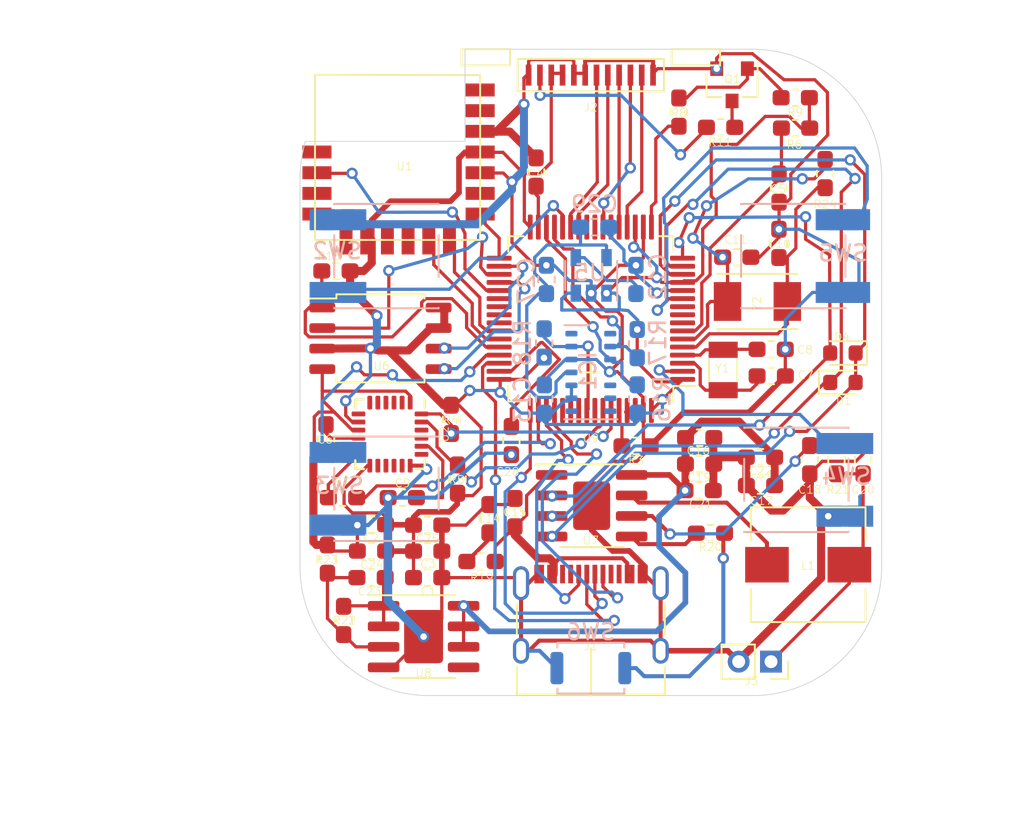
<source format=kicad_pcb>
(kicad_pcb (version 20171130) (host pcbnew "(5.1.6-0-10_14)")
  (layers (0 F.Cu signal) (31 B.Cu signal) (34 B.Paste user) (35 F.Paste user) (36 B.SilkS user hide) (37 F.SilkS user) (38 B.Mask user) (39 F.Mask user hide) (44 Edge.Cuts user))
  (net 0 "")
  (net 1 Earth)
  (net 2 "Net-(C6-Pad1)")
  (net 3 "Net-(C9-Pad1)")
  (net 4 "Net-(C11-Pad1)")
  (net 5 /RESET)
  (net 6 /PA13)
  (net 7 /PA14)
  (net 8 /BOOT0)
  (net 9 +3.3V)
  (net 10 "Net-(C7-Pad1)")
  (net 11 +5V)
  (net 12 "Net-(C14-Pad1)")
  (net 13 /IPS_BLK)
  (net 14 /IPS_CS)
  (net 15 /IPS_DC)
  (net 16 /IPS_RES)
  (net 17 /IPS_SDA)
  (net 18 /IPS_SCL)
  (net 19 /MPU_SCL)
  (net 20 /MPU_SDA)
  (net 21 /BME_SCK)
  (net 22 "Net-(U1-Pad7)")
  (net 23 5306_LED1)
  (net 24 5306_LED3)
  (net 25 5306_LED2)
  (net 26 /W25_MOSI)
  (net 27 /W25_MISO)
  (net 28 /W25_SCK)
  (net 29 /+1.8V)
  (net 30 "Net-(IC1-Pad14)")
  (net 31 "Net-(IC1-Pad8)")
  (net 32 "Net-(IC1-Pad7)")
  (net 33 "Net-(IC1-Pad6)")
  (net 34 "Net-(IC1-Pad5)")
  (net 35 /MAX30_SDA)
  (net 36 /MAX30_SCL)
  (net 37 "Net-(IC1-Pad1)")
  (net 38 /MAX30_INT)
  (net 39 /BLE_WAKE)
  (net 40 /BLE_LINK)
  (net 41 /BLE_TX)
  (net 42 /BLE_RX)
  (net 43 "Net-(Q1-Pad3)")
  (net 44 "Net-(Q1-Pad2)")
  (net 45 VBUS)
  (net 46 "Net-(C8-Pad1)")
  (net 47 "Net-(C10-Pad1)")
  (net 48 "Net-(C18-Pad1)")
  (net 49 "Net-(C20-Pad1)")
  (net 50 "Net-(C23-Pad2)")
  (net 51 "Net-(L1-Pad1)")
  (net 52 "Net-(R7-Pad2)")
  (net 53 "Net-(R20-Pad2)")
  (net 54 "Net-(R20-Pad1)")
  (net 55 "Net-(U1-Pad4)")
  (net 56 "Net-(U1-Pad3)")
  (net 57 "Net-(U1-Pad17)")
  (net 58 "Net-(U1-Pad16)")
  (net 59 "Net-(U1-Pad12)")
  (net 60 "Net-(U1-Pad8)")
  (net 61 "Net-(U1-Pad5)")
  (net 62 "Net-(U1-Pad1)")
  (net 63 "Net-(U2-Pad7)")
  (net 64 "Net-(U2-Pad6)")
  (net 65 "Net-(U8-Pad5)")
  (net 66 /BME_SDA)
  (net 67 /KEY1)
  (net 68 /KEY2)
  (net 69 /KEY3)
  (net 70 /KEY4)
  (net 71 /VCAP1)
  (net 72 "Net-(C12-Pad2)")
  (net 73 "Net-(U9-Pad57)")
  (net 74 "Net-(U9-Pad54)")
  (net 75 "Net-(U9-Pad53)")
  (net 76 "Net-(U9-Pad40)")
  (net 77 "Net-(U9-Pad39)")
  (net 78 "Net-(U9-Pad38)")
  (net 79 "Net-(U9-Pad25)")
  (net 80 "Net-(U9-Pad24)")
  (net 81 "Net-(U9-Pad10)")
  (net 82 "Net-(U9-Pad9)")
  (net 83 "Net-(U9-Pad8)")
  (net 84 /VCAP2)
  (net 85 "Net-(U9-Pad55)")
  (net 86 "Net-(U9-Pad41)")
  (net 87 "Net-(J2-Pad2)")
  (net 88 "Net-(U9-Pad22)")
  (net 89 /W25_CS)
  (net 90 /MPU_INT)
  (net 91 "Net-(J1-PadB8)")
  (net 92 "Net-(J1-PadA5)")
  (net 93 /UART4_RX)
  (net 94 /UART4_TX)
  (net 95 "Net-(J1-PadA8)")
  (net 96 "Net-(J1-PadB5)")
  (module Connector_USB:USB_C_Receptacle_XKB_U262-16XN-4BVC11 (layer F.Cu) (at 148 122.15)
    (fp_text reference J1 (at 0 0.8) (layer F.SilkS) (effects (font (size 0.5 0.5) (thickness 0.05))))
    (fp_text value USB_C_Receptacle)
    (pad A12 smd rect (at 3.35 -3.67) (size 0.3 1.15) (layers F.Cu F.Paste F.Mask) (net 1 Earth))
    (pad A9 smd rect (at 2.55 -3.67) (size 0.3 1.15) (layers F.Cu F.Paste F.Mask) (net 45 VBUS))
    (pad B9 smd rect (at -2.25 -3.67) (size 0.3 1.15) (layers F.Cu F.Paste F.Mask) (net 45 VBUS))
    (pad B12 smd rect (at -3.05 -3.67) (size 0.3 1.15) (layers F.Cu F.Paste F.Mask) (net 1 Earth))
    (pad A1 smd rect (at -3.35 -3.67) (size 0.3 1.15) (layers F.Cu F.Paste F.Mask) (net 1 Earth))
    (pad A4 smd rect (at -2.55 -3.67) (size 0.3 1.15) (layers F.Cu F.Paste F.Mask) (net 45 VBUS))
    (pad B8 smd rect (at -1.75 -3.67) (size 0.3 1.15) (layers F.Cu F.Paste F.Mask) (net 91 "Net-(J1-PadB8)"))
    (pad A5 smd rect (at -1.25 -3.67) (size 0.3 1.15) (layers F.Cu F.Paste F.Mask) (net 92 "Net-(J1-PadA5)"))
    (pad B7 smd rect (at -0.75 -3.67) (size 0.3 1.15) (layers F.Cu F.Paste F.Mask) (net 94 /UART4_TX))
    (pad A6 smd rect (at -0.25 -3.67) (size 0.3 1.15) (layers F.Cu F.Paste F.Mask) (net 6 /PA13))
    (pad A7 smd rect (at 0.25 -3.67) (size 0.3 1.15) (layers F.Cu F.Paste F.Mask) (net 7 /PA14))
    (pad B6 smd rect (at 0.75 -3.67) (size 0.3 1.15) (layers F.Cu F.Paste F.Mask) (net 93 /UART4_RX))
    (pad A8 smd rect (at 1.25 -3.67) (size 0.3 1.15) (layers F.Cu F.Paste F.Mask) (net 95 "Net-(J1-PadA8)"))
    (pad B5 smd rect (at 1.75 -3.67) (size 0.3 1.15) (layers F.Cu F.Paste F.Mask) (net 96 "Net-(J1-PadB5)"))
    (pad B4 smd rect (at 2.25 -3.67) (size 0.3 1.15) (layers F.Cu F.Paste F.Mask) (net 45 VBUS))
    (pad B1 smd rect (at 3.05 -3.67) (size 0.3 1.15) (layers F.Cu F.Paste F.Mask) (net 1 Earth))
    (pad "" np_thru_hole circle (at -2.89 -2.605) (size 0.65 0.65) (drill 0.65) (layers *.Cu *.Mask))
    (pad "" np_thru_hole circle (at 2.89 -2.605) (size 0.65 0.65) (drill 0.65) (layers *.Cu *.Mask))
    (pad S1 thru_hole oval (at 4.32 1.075) (size 1 1.6) (drill oval 0.6 1.2) (layers *.Cu *.Mask) (net 1 Earth))
    (pad S1 thru_hole oval (at -4.32 1.075) (size 1 1.6) (drill oval 0.6 1.2) (layers *.Cu *.Mask) (net 1 Earth))
    (pad S1 thru_hole oval (at 4.32 -3.105) (size 1 2.1) (drill oval 0.6 1.7) (layers *.Cu *.Mask) (net 1 Earth))
    (pad S1 thru_hole oval (at -4.32 -3.105) (size 1 2.1) (drill oval 0.6 1.7) (layers *.Cu *.Mask) (net 1 Earth))
  )
  (module Connector_FFC-FPC:FPC1x12-0.7 (layer F.Cu) (at 148 87.6)
    (fp_text reference J2 (at 0 2) (layer F.SilkS) (effects (font (size 0.5 0.5) (thickness 0.05))))
    (fp_text value Conn_01x12_Female)
    (pad 12 smd rect (at 3.85 0) (size 0.35 1.3) (layers F.Cu F.Paste F.Mask) (net 1 Earth))
    (pad 11 smd rect (at 3.15 0) (size 0.35 1.3) (layers F.Cu F.Paste F.Mask) (net 16 /IPS_RES))
    (pad 10 smd rect (at 2.45 0) (size 0.35 1.3) (layers F.Cu F.Paste F.Mask) (net 17 /IPS_SDA))
    (pad 9 smd rect (at 1.75 0) (size 0.35 1.3) (layers F.Cu F.Paste F.Mask) (net 18 /IPS_SCL))
    (pad 8 smd rect (at 1.05 0) (size 0.35 1.3) (layers F.Cu F.Paste F.Mask) (net 14 /IPS_CS))
    (pad 7 smd rect (at 0.35 0) (size 0.35 1.3) (layers F.Cu F.Paste F.Mask) (net 15 /IPS_DC))
    (pad 6 smd rect (at -0.35 0) (size 0.35 1.3) (layers F.Cu F.Paste F.Mask) (net 1 Earth))
    (pad 5 smd rect (at -1.05 0) (size 0.35 1.3) (layers F.Cu F.Paste F.Mask) (net 1 Earth))
    (pad 4 smd rect (at -1.75 0) (size 0.35 1.3) (layers F.Cu F.Paste F.Mask) (net 9 +3.3V))
    (pad 3 smd rect (at -2.45 0) (size 0.35 1.3) (layers F.Cu F.Paste F.Mask) (net 9 +3.3V))
    (pad 2 smd rect (at -3.15 0) (size 0.35 1.3) (layers F.Cu F.Paste F.Mask) (net 87 "Net-(J2-Pad2)"))
    (pad 1 smd rect (at -3.85 0) (size 0.35 1.3) (layers F.Cu F.Paste F.Mask) (net 1 Earth))
  )
  (module LED_SMD:LED_0603_1608Metric (layer F.Cu) (at 163.6 106.62)
    (fp_text reference D4 (at -0.05 -2.82) (layer F.SilkS) (effects (font (size 0.5 0.5) (thickness 0.05))))
    (fp_text value SMT_LED)
    (pad 2 smd roundrect (at 0.7875 0) (size 0.875 0.95) (layers F.Cu F.Paste F.Mask) (net 24 5306_LED3))
    (pad 1 smd roundrect (at -0.7875 0) (size 0.875 0.95) (layers F.Cu F.Paste F.Mask) (net 25 5306_LED2))
  )
  (module LED_SMD:LED_0603_1608Metric (layer F.Cu) (at 163.6 104.8 180)
    (fp_text reference D1 (at -0.05 -2.95) (layer F.SilkS) (effects (font (size 0.5 0.5) (thickness 0.05))))
    (fp_text value SMT_LED)
    (pad 2 smd roundrect (at 0.7875 0 180) (size 0.875 0.95) (layers F.Cu F.Paste F.Mask) (net 23 5306_LED1))
    (pad 1 smd roundrect (at -0.7875 0 180) (size 0.875 0.95) (layers F.Cu F.Paste F.Mask) (net 24 5306_LED3))
  )
  (module Capacitor_SMD:C_0603_1608Metric_Pad1.05x0.95mm_HandSolder (layer B.Cu) (at 148.235 97.01 180)
    (fp_text reference C29 (at 0 1.43) (layer B.SilkS) (effects (justify mirror)))
    (fp_text value 4.7uf)
    (pad 2 smd roundrect (at 0.875 0 180) (size 1.05 0.95) (layers B.Cu B.Paste B.Mask) (net 29 /+1.8V))
    (pad 1 smd roundrect (at -0.875 0 180) (size 1.05 0.95) (layers B.Cu B.Paste B.Mask) (net 1 Earth))
  )
  (module Package_TO_SOT_SMD:SOT-23-s8050 (layer F.Cu) (at 156.74 88.2 270)
    (fp_text reference Q1 (at -0.35 -0.01) (layer F.SilkS) (effects (font (size 0.5 0.5) (thickness 0.05))))
    (fp_text value S8050)
    (pad 3 smd rect (at 1 0 270) (size 0.9 0.8) (layers F.Cu F.Paste F.Mask) (net 43 "Net-(Q1-Pad3)"))
    (pad 1 smd rect (at -1 0.95 270) (size 0.9 0.8) (layers F.Cu F.Paste F.Mask) (net 1 Earth))
    (pad 2 smd rect (at -1 -0.95 270) (size 0.9 0.8) (layers F.Cu F.Paste F.Mask) (net 44 "Net-(Q1-Pad2)"))
  )
  (module Button_Switch_SMD:SW_Push_SPST_NO_Alps_SKRK (layer B.Cu) (at 148 124.3 180)
    (fp_text reference SW6 (at 0 2.25) (layer B.SilkS) (effects (justify mirror)))
    (fp_text value SW_SPST)
    (pad 1 smd roundrect (at -2.1 0 180) (size 0.8 2) (layers B.Cu B.Paste B.Mask) (net 53 "Net-(R20-Pad2)"))
    (pad 2 smd roundrect (at 2.1 0 180) (size 0.8 2) (layers B.Cu B.Paste B.Mask) (net 1 Earth))
  )
  (module Resistor_SMD:R_0603_1608Metric_Pad1.05x0.95mm_HandSolder (layer F.Cu) (at 162.5 93.695 270)
    (fp_text reference R24 (at 1.905 0 180) (layer F.SilkS) (effects (font (size 0.5 0.5) (thickness 0.05))))
    (fp_text value 1M)
    (pad 2 smd roundrect (at 0.875 0 270) (size 1.05 0.95) (layers F.Cu F.Paste F.Mask) (net 47 "Net-(C10-Pad1)"))
    (pad 1 smd roundrect (at -0.875 0 270) (size 1.05 0.95) (layers F.Cu F.Paste F.Mask) (net 4 "Net-(C11-Pad1)"))
  )
  (module Resistor_SMD:R_0603_1608Metric_Pad1.05x0.95mm_HandSolder (layer F.Cu) (at 160.67 90.88)
    (fp_text reference R6 (at -0.07 1.02) (layer F.SilkS) (effects (font (size 0.5 0.5) (thickness 0.05))))
    (fp_text value 4.7K)
    (pad 2 smd roundrect (at 0.875 0) (size 1.05 0.95) (layers F.Cu F.Paste F.Mask) (net 9 +3.3V))
    (pad 1 smd roundrect (at -0.875 0) (size 1.05 0.95) (layers F.Cu F.Paste F.Mask) (net 5 /RESET))
  )
  (module Resistor_SMD:R_0603_1608Metric_Pad1.05x0.95mm_HandSolder (layer F.Cu) (at 156.03 90.83 180)
    (fp_text reference R11 (at 0.03 -0.92) (layer F.SilkS) (effects (font (size 0.5 0.5) (thickness 0.05))))
    (fp_text value 10R)
    (pad 2 smd roundrect (at 0.875 0 180) (size 1.05 0.95) (layers F.Cu F.Paste F.Mask) (net 87 "Net-(J2-Pad2)"))
    (pad 1 smd roundrect (at -0.875 0 180) (size 1.05 0.95) (layers F.Cu F.Paste F.Mask) (net 43 "Net-(Q1-Pad3)"))
  )
  (module Resistor_SMD:R_0603_1608Metric_Pad1.05x0.95mm_HandSolder (layer F.Cu) (at 160.65 89)
    (fp_text reference R9 (at 0 0.9) (layer F.SilkS) (effects (font (size 0.5 0.5) (thickness 0.05))))
    (fp_text value 10K)
    (pad 2 smd roundrect (at 0.875 0) (size 1.05 0.95) (layers F.Cu F.Paste F.Mask) (net 9 +3.3V))
    (pad 1 smd roundrect (at -0.875 0) (size 1.05 0.95) (layers F.Cu F.Paste F.Mask) (net 44 "Net-(Q1-Pad2)"))
  )
  (module Resistor_SMD:R_0603_1608Metric_Pad1.05x0.95mm_HandSolder (layer F.Cu) (at 153.45 89.89 270)
    (fp_text reference R8 (at 0.06 0 180) (layer F.SilkS) (effects (font (size 0.5 0.5) (thickness 0.05))))
    (fp_text value 1K)
    (pad 2 smd roundrect (at 0.875 0 270) (size 1.05 0.95) (layers F.Cu F.Paste F.Mask) (net 13 /IPS_BLK))
    (pad 1 smd roundrect (at -0.875 0 270) (size 1.05 0.95) (layers F.Cu F.Paste F.Mask) (net 44 "Net-(Q1-Pad2)"))
  )
  (module Button_Switch_SMD:SW_SPST_PTS645 (layer B.Cu) (at 135.35 113.2)
    (fp_text reference SW3 (at -2.92 -0.2) (layer B.SilkS) (effects (justify mirror)))
    (fp_text value SW_SPST)
    (pad 2 smd rect (at -2.02 -2.25) (size 1.55 1.3) (layers B.Cu B.Paste B.Mask) (net 68 /KEY2))
    (pad 1 smd rect (at -2.02 2.25) (size 1.55 1.3) (layers B.Cu B.Paste B.Mask) (net 1 Earth))
    (pad 1 smd rect (at -3.98 2.25) (size 1.55 1.3) (layers B.Cu B.Paste B.Mask) (net 1 Earth))
    (pad 2 smd rect (at -3.98 -2.25) (size 1.55 1.3) (layers B.Cu B.Paste B.Mask) (net 68 /KEY2))
  )
  (module Button_Switch_SMD:SW_SPST_PTS645 (layer B.Cu) (at 160.528 98.8)
    (fp_text reference SW5 (at 3.082 -0.18) (layer B.SilkS) (effects (justify mirror)))
    (fp_text value SW_SPST)
    (pad 2 smd rect (at 3.98 -2.25) (size 1.55 1.3) (layers B.Cu B.Paste B.Mask) (net 70 /KEY4))
    (pad 1 smd rect (at 3.98 2.25) (size 1.55 1.3) (layers B.Cu B.Paste B.Mask) (net 1 Earth))
    (pad 1 smd rect (at 2.162 2.25) (size 1.55 1.3) (layers B.Cu B.Paste B.Mask) (net 1 Earth))
    (pad 2 smd rect (at 2.162 -2.25) (size 1.55 1.3) (layers B.Cu B.Paste B.Mask) (net 70 /KEY4))
  )
  (module Capacitor_SMD:C_0603_1608Metric_Pad1.05x0.95mm_HandSolder (layer F.Cu) (at 143.08 110.215 270)
    (fp_text reference C28 (at 1.935 0.23 180) (layer F.SilkS) (effects (font (size 0.5 0.5) (thickness 0.05))))
    (fp_text value 106)
    (pad 2 smd roundrect (at 0.875 0 270) (size 1.05 0.95) (layers F.Cu F.Paste F.Mask) (net 1 Earth))
    (pad 1 smd roundrect (at -0.875 0 270) (size 1.05 0.95) (layers F.Cu F.Paste F.Mask) (net 84 /VCAP2))
  )
  (module Package_QFP:LQFP-64_10x10mm_P0.5mm (layer F.Cu) (at 148 102.68 180)
    (fp_text reference U9 (at 0 -7.4) (layer F.SilkS) (effects (font (size 0.5 0.5) (thickness 0.05))))
    (fp_text value STM32F405RGTx)
    (pad 64 smd roundrect (at -3.75 -5.675 180) (size 0.3 1.55) (layers F.Cu F.Paste F.Mask) (net 9 +3.3V))
    (pad 63 smd roundrect (at -3.25 -5.675 180) (size 0.3 1.55) (layers F.Cu F.Paste F.Mask) (net 1 Earth))
    (pad 62 smd roundrect (at -2.75 -5.675 180) (size 0.3 1.55) (layers F.Cu F.Paste F.Mask) (net 66 /BME_SDA))
    (pad 61 smd roundrect (at -2.25 -5.675 180) (size 0.3 1.55) (layers F.Cu F.Paste F.Mask) (net 21 /BME_SCK))
    (pad 60 smd roundrect (at -1.75 -5.675 180) (size 0.3 1.55) (layers F.Cu F.Paste F.Mask) (net 8 /BOOT0))
    (pad 59 smd roundrect (at -1.25 -5.675 180) (size 0.3 1.55) (layers F.Cu F.Paste F.Mask) (net 20 /MPU_SDA))
    (pad 58 smd roundrect (at -0.75 -5.675 180) (size 0.3 1.55) (layers F.Cu F.Paste F.Mask) (net 19 /MPU_SCL))
    (pad 57 smd roundrect (at -0.25 -5.675 180) (size 0.3 1.55) (layers F.Cu F.Paste F.Mask) (net 73 "Net-(U9-Pad57)"))
    (pad 56 smd roundrect (at 0.25 -5.675 180) (size 0.3 1.55) (layers F.Cu F.Paste F.Mask) (net 38 /MAX30_INT))
    (pad 55 smd roundrect (at 0.75 -5.675 180) (size 0.3 1.55) (layers F.Cu F.Paste F.Mask) (net 85 "Net-(U9-Pad55)"))
    (pad 54 smd roundrect (at 1.25 -5.675 180) (size 0.3 1.55) (layers F.Cu F.Paste F.Mask) (net 74 "Net-(U9-Pad54)"))
    (pad 53 smd roundrect (at 1.75 -5.675 180) (size 0.3 1.55) (layers F.Cu F.Paste F.Mask) (net 75 "Net-(U9-Pad53)"))
    (pad 52 smd roundrect (at 2.25 -5.675 180) (size 0.3 1.55) (layers F.Cu F.Paste F.Mask) (net 93 /UART4_RX))
    (pad 51 smd roundrect (at 2.75 -5.675 180) (size 0.3 1.55) (layers F.Cu F.Paste F.Mask) (net 94 /UART4_TX))
    (pad 50 smd roundrect (at 3.25 -5.675 180) (size 0.3 1.55) (layers F.Cu F.Paste F.Mask) (net 90 /MPU_INT))
    (pad 49 smd roundrect (at 3.75 -5.675 180) (size 0.3 1.55) (layers F.Cu F.Paste F.Mask) (net 7 /PA14))
    (pad 48 smd roundrect (at 5.675 -3.75 180) (size 1.55 0.3) (layers F.Cu F.Paste F.Mask) (net 9 +3.3V))
    (pad 47 smd roundrect (at 5.675 -3.25 180) (size 1.55 0.3) (layers F.Cu F.Paste F.Mask) (net 84 /VCAP2))
    (pad 46 smd roundrect (at 5.675 -2.75 180) (size 1.55 0.3) (layers F.Cu F.Paste F.Mask) (net 6 /PA13))
    (pad 45 smd roundrect (at 5.675 -2.25 180) (size 1.55 0.3) (layers F.Cu F.Paste F.Mask) (net 68 /KEY2))
    (pad 44 smd roundrect (at 5.675 -1.75 180) (size 1.55 0.3) (layers F.Cu F.Paste F.Mask) (net 89 /W25_CS))
    (pad 43 smd roundrect (at 5.675 -1.25 180) (size 1.55 0.3) (layers F.Cu F.Paste F.Mask) (net 41 /BLE_TX))
    (pad 42 smd roundrect (at 5.675 -0.75 180) (size 1.55 0.3) (layers F.Cu F.Paste F.Mask) (net 42 /BLE_RX))
    (pad 41 smd roundrect (at 5.675 -0.25 180) (size 1.55 0.3) (layers F.Cu F.Paste F.Mask) (net 86 "Net-(U9-Pad41)"))
    (pad 40 smd roundrect (at 5.675 0.25 180) (size 1.55 0.3) (layers F.Cu F.Paste F.Mask) (net 76 "Net-(U9-Pad40)"))
    (pad 39 smd roundrect (at 5.675 0.75 180) (size 1.55 0.3) (layers F.Cu F.Paste F.Mask) (net 77 "Net-(U9-Pad39)"))
    (pad 38 smd roundrect (at 5.675 1.25 180) (size 1.55 0.3) (layers F.Cu F.Paste F.Mask) (net 78 "Net-(U9-Pad38)"))
    (pad 37 smd roundrect (at 5.675 1.75 180) (size 1.55 0.3) (layers F.Cu F.Paste F.Mask) (net 39 /BLE_WAKE))
    (pad 36 smd roundrect (at 5.675 2.25 180) (size 1.55 0.3) (layers F.Cu F.Paste F.Mask) (net 26 /W25_MOSI))
    (pad 35 smd roundrect (at 5.675 2.75 180) (size 1.55 0.3) (layers F.Cu F.Paste F.Mask) (net 27 /W25_MISO))
    (pad 34 smd roundrect (at 5.675 3.25 180) (size 1.55 0.3) (layers F.Cu F.Paste F.Mask) (net 28 /W25_SCK))
    (pad 33 smd roundrect (at 5.675 3.75 180) (size 1.55 0.3) (layers F.Cu F.Paste F.Mask) (net 40 /BLE_LINK))
    (pad 32 smd roundrect (at 3.75 5.675 180) (size 0.3 1.55) (layers F.Cu F.Paste F.Mask) (net 9 +3.3V))
    (pad 31 smd roundrect (at 3.25 5.675 180) (size 0.3 1.55) (layers F.Cu F.Paste F.Mask) (net 71 /VCAP1))
    (pad 30 smd roundrect (at 2.75 5.675 180) (size 0.3 1.55) (layers F.Cu F.Paste F.Mask) (net 35 /MAX30_SDA))
    (pad 29 smd roundrect (at 2.25 5.675 180) (size 0.3 1.55) (layers F.Cu F.Paste F.Mask) (net 36 /MAX30_SCL))
    (pad 28 smd roundrect (at 1.75 5.675 180) (size 0.3 1.55) (layers F.Cu F.Paste F.Mask) (net 67 /KEY1))
    (pad 27 smd roundrect (at 1.25 5.675 180) (size 0.3 1.55) (layers F.Cu F.Paste F.Mask) (net 15 /IPS_DC))
    (pad 26 smd roundrect (at 0.75 5.675 180) (size 0.3 1.55) (layers F.Cu F.Paste F.Mask) (net 14 /IPS_CS))
    (pad 25 smd roundrect (at 0.25 5.675 180) (size 0.3 1.55) (layers F.Cu F.Paste F.Mask) (net 79 "Net-(U9-Pad25)"))
    (pad 24 smd roundrect (at -0.25 5.675 180) (size 0.3 1.55) (layers F.Cu F.Paste F.Mask) (net 80 "Net-(U9-Pad24)"))
    (pad 23 smd roundrect (at -0.75 5.675 180) (size 0.3 1.55) (layers F.Cu F.Paste F.Mask) (net 17 /IPS_SDA))
    (pad 22 smd roundrect (at -1.25 5.675 180) (size 0.3 1.55) (layers F.Cu F.Paste F.Mask) (net 88 "Net-(U9-Pad22)"))
    (pad 21 smd roundrect (at -1.75 5.675 180) (size 0.3 1.55) (layers F.Cu F.Paste F.Mask) (net 18 /IPS_SCL))
    (pad 20 smd roundrect (at -2.25 5.675 180) (size 0.3 1.55) (layers F.Cu F.Paste F.Mask) (net 16 /IPS_RES))
    (pad 19 smd roundrect (at -2.75 5.675 180) (size 0.3 1.55) (layers F.Cu F.Paste F.Mask) (net 9 +3.3V))
    (pad 18 smd roundrect (at -3.25 5.675 180) (size 0.3 1.55) (layers F.Cu F.Paste F.Mask) (net 1 Earth))
    (pad 17 smd roundrect (at -3.75 5.675 180) (size 0.3 1.55) (layers F.Cu F.Paste F.Mask) (net 13 /IPS_BLK))
    (pad 16 smd roundrect (at -5.675 3.75 180) (size 1.55 0.3) (layers F.Cu F.Paste F.Mask) (net 23 5306_LED1))
    (pad 15 smd roundrect (at -5.675 3.25 180) (size 1.55 0.3) (layers F.Cu F.Paste F.Mask) (net 25 5306_LED2))
    (pad 14 smd roundrect (at -5.675 2.75 180) (size 1.55 0.3) (layers F.Cu F.Paste F.Mask) (net 24 5306_LED3))
    (pad 13 smd roundrect (at -5.675 2.25 180) (size 1.55 0.3) (layers F.Cu F.Paste F.Mask) (net 9 +3.3V))
    (pad 12 smd roundrect (at -5.675 1.75 180) (size 1.55 0.3) (layers F.Cu F.Paste F.Mask) (net 1 Earth))
    (pad 11 smd roundrect (at -5.675 1.25 180) (size 1.55 0.3) (layers F.Cu F.Paste F.Mask) (net 70 /KEY4))
    (pad 10 smd roundrect (at -5.675 0.75 180) (size 1.55 0.3) (layers F.Cu F.Paste F.Mask) (net 81 "Net-(U9-Pad10)"))
    (pad 9 smd roundrect (at -5.675 0.25 180) (size 1.55 0.3) (layers F.Cu F.Paste F.Mask) (net 82 "Net-(U9-Pad9)"))
    (pad 8 smd roundrect (at -5.675 -0.25 180) (size 1.55 0.3) (layers F.Cu F.Paste F.Mask) (net 83 "Net-(U9-Pad8)"))
    (pad 7 smd roundrect (at -5.675 -0.75 180) (size 1.55 0.3) (layers F.Cu F.Paste F.Mask) (net 5 /RESET))
    (pad 6 smd roundrect (at -5.675 -1.25 180) (size 1.55 0.3) (layers F.Cu F.Paste F.Mask) (net 4 "Net-(C11-Pad1)"))
    (pad 5 smd roundrect (at -5.675 -1.75 180) (size 1.55 0.3) (layers F.Cu F.Paste F.Mask) (net 47 "Net-(C10-Pad1)"))
    (pad 4 smd roundrect (at -5.675 -2.25 180) (size 1.55 0.3) (layers F.Cu F.Paste F.Mask) (net 46 "Net-(C8-Pad1)"))
    (pad 3 smd roundrect (at -5.675 -2.75 180) (size 1.55 0.3) (layers F.Cu F.Paste F.Mask) (net 10 "Net-(C7-Pad1)"))
    (pad 2 smd roundrect (at -5.675 -3.25 180) (size 1.55 0.3) (layers F.Cu F.Paste F.Mask) (net 69 /KEY3))
    (pad 1 smd roundrect (at -5.675 -3.75 180) (size 1.55 0.3) (layers F.Cu F.Paste F.Mask) (net 9 +3.3V))
  )
  (module Button_Switch_SMD:SW_SPST_PTS645 (layer B.Cu) (at 160.72 112.65)
    (fp_text reference SW4 (at 3.09 -0.22) (layer B.SilkS) (effects (justify mirror)))
    (fp_text value SW_SPST)
    (pad 2 smd rect (at 3.98 -2.25) (size 1.55 1.3) (layers B.Cu B.Paste B.Mask) (net 69 /KEY3))
    (pad 1 smd rect (at 3.98 2.25) (size 1.55 1.3) (layers B.Cu B.Paste B.Mask) (net 1 Earth))
    (pad 1 smd rect (at 2.02 2.25) (size 1.55 1.3) (layers B.Cu B.Paste B.Mask) (net 1 Earth))
    (pad 2 smd rect (at 2.02 -2.25) (size 1.55 1.3) (layers B.Cu B.Paste B.Mask) (net 69 /KEY3))
  )
  (module Button_Switch_SMD:SW_SPST_PTS645 (layer B.Cu) (at 135.35 98.8 180)
    (fp_text reference SW2 (at 3.05 0.32) (layer B.SilkS) (effects (justify mirror)))
    (fp_text value SW_SPST)
    (pad 2 smd rect (at 3.98 -2.25 180) (size 1.55 1.3) (layers B.Cu B.Paste B.Mask) (net 67 /KEY1))
    (pad 1 smd rect (at 3.98 2.25 180) (size 1.55 1.3) (layers B.Cu B.Paste B.Mask) (net 1 Earth))
    (pad 1 smd rect (at 2.02 2.25 180) (size 1.55 1.3) (layers B.Cu B.Paste B.Mask) (net 1 Earth))
    (pad 2 smd rect (at 2.02 -2.25 180) (size 1.55 1.3) (layers B.Cu B.Paste B.Mask) (net 67 /KEY1))
  )
  (module Package_TO_SOT_SMD:SOT-23-5 (layer B.Cu) (at 148.02 99.995 90)
    (fp_text reference U5 (at 0.16 -0.085 180) (layer B.SilkS) (effects (justify mirror)))
    (fp_text value RT9193-1.8)
    (pad 5 smd rect (at 1.1 0.95 90) (size 1.06 0.65) (layers B.Cu B.Paste B.Mask) (net 29 /+1.8V))
    (pad 4 smd rect (at 1.1 -0.95 90) (size 1.06 0.65) (layers B.Cu B.Paste B.Mask) (net 72 "Net-(C12-Pad2)"))
    (pad 3 smd rect (at -1.1 -0.95 90) (size 1.06 0.65) (layers B.Cu B.Paste B.Mask) (net 9 +3.3V))
    (pad 2 smd rect (at -1.1 0 90) (size 1.06 0.65) (layers B.Cu B.Paste B.Mask) (net 1 Earth))
    (pad 1 smd rect (at -1.1 0.95 90) (size 1.06 0.65) (layers B.Cu B.Paste B.Mask) (net 9 +3.3V))
  )
  (module Capacitor_SMD:C_0603_1608Metric_Pad1.05x0.95mm_HandSolder (layer B.Cu) (at 145.25 100.245 270)
    (fp_text reference C27 (at 0.085 1.232 270) (layer B.SilkS) (effects (justify mirror)))
    (fp_text value 1uf)
    (pad 2 smd roundrect (at 0.875 0 270) (size 1.05 0.95) (layers B.Cu B.Paste B.Mask) (net 29 /+1.8V))
    (pad 1 smd roundrect (at -0.875 0 270) (size 1.05 0.95) (layers B.Cu B.Paste B.Mask) (net 1 Earth))
  )
  (module Capacitor_SMD:C_0603_1608Metric_Pad1.05x0.95mm_HandSolder (layer B.Cu) (at 150.79 100.245 270)
    (fp_text reference C12 (at -0.169 -1.356 270) (layer B.SilkS) (effects (justify mirror)))
    (fp_text value 22nf)
    (pad 2 smd roundrect (at 0.875 0 270) (size 1.05 0.95) (layers B.Cu B.Paste B.Mask) (net 72 "Net-(C12-Pad2)"))
    (pad 1 smd roundrect (at -0.875 0 270) (size 1.05 0.95) (layers B.Cu B.Paste B.Mask) (net 1 Earth))
  )
  (module RF:WH-BLE103 (layer F.Cu) (at 139.05 99.7)
    (fp_text reference U1 (at -2.58 -6.45) (layer F.SilkS) (effects (font (size 0.5 0.5) (thickness 0.05))))
    (fp_text value WH-BLE103)
    (pad 4 smd rect (at -8 -3.5) (size 1.8 0.8) (layers F.Cu F.Paste F.Mask) (net 55 "Net-(U1-Pad4)"))
    (pad 3 smd rect (at -8 -4.78) (size 1.8 0.8) (layers F.Cu F.Paste F.Mask) (net 56 "Net-(U1-Pad3)"))
    (pad 2 smd rect (at -8 -6.06) (size 1.8 0.8) (layers F.Cu F.Paste F.Mask) (net 39 /BLE_WAKE))
    (pad 17 smd rect (at 2.1 -11.18 180) (size 1.8 0.8) (layers F.Cu F.Paste F.Mask) (net 57 "Net-(U1-Pad17)"))
    (pad 16 smd rect (at 2.1 -9.9 180) (size 1.8 0.8) (layers F.Cu F.Paste F.Mask) (net 58 "Net-(U1-Pad16)"))
    (pad 15 smd rect (at 2.1 -8.62 180) (size 1.8 0.8) (layers F.Cu F.Paste F.Mask) (net 1 Earth))
    (pad 14 smd rect (at 2.1 -7.34 180) (size 1.8 0.8) (layers F.Cu F.Paste F.Mask) (net 9 +3.3V))
    (pad 13 smd rect (at 2.1 -6.06 180) (size 1.8 0.8) (layers F.Cu F.Paste F.Mask) (net 1 Earth))
    (pad 12 smd rect (at 2.1 -4.78 180) (size 1.8 0.8) (layers F.Cu F.Paste F.Mask) (net 59 "Net-(U1-Pad12)"))
    (pad 11 smd rect (at 2.1 -3.5 180) (size 1.8 0.8) (layers F.Cu F.Paste F.Mask) (net 40 /BLE_LINK))
    (pad 10 smd rect (at 0.2 -1.9 90) (size 1.8 0.8) (layers F.Cu F.Paste F.Mask) (net 42 /BLE_RX))
    (pad 9 smd rect (at -1.08 -1.9 90) (size 1.8 0.8) (layers F.Cu F.Paste F.Mask) (net 41 /BLE_TX))
    (pad 8 smd rect (at -2.36 -1.9 90) (size 1.8 0.8) (layers F.Cu F.Paste F.Mask) (net 60 "Net-(U1-Pad8)"))
    (pad 7 smd rect (at -3.64 -1.9 90) (size 1.8 0.8) (layers F.Cu F.Paste F.Mask) (net 22 "Net-(U1-Pad7)"))
    (pad 6 smd rect (at -4.92 -1.9 90) (size 1.8 0.8) (layers F.Cu F.Paste F.Mask) (net 9 +3.3V))
    (pad 5 smd rect (at -6.2 -1.9 90) (size 1.8 0.8) (layers F.Cu F.Paste F.Mask) (net 61 "Net-(U1-Pad5)"))
    (pad 1 smd rect (at -8 -7.34) (size 1.8 0.8) (layers F.Cu F.Paste F.Mask) (net 62 "Net-(U1-Pad1)"))
  )
  (module Crystal:Crystal_SMD_3215-2Pin_3.2x1.5mm (layer F.Cu) (at 156.19 105.85 270)
    (fp_text reference Y1 (at -0.11 0.06) (layer F.SilkS) (effects (font (size 0.5 0.5) (thickness 0.05))))
    (fp_text value 32768Hz)
    (pad 2 smd rect (at -1.25 0 270) (size 1 1.8) (layers F.Cu F.Paste F.Mask) (net 46 "Net-(C8-Pad1)"))
    (pad 1 smd rect (at 1.25 0 270) (size 1 1.8) (layers F.Cu F.Paste F.Mask) (net 10 "Net-(C7-Pad1)"))
  )
  (module Crystal:Crystal_SMD_TXC_7A-2Pin_5x3.2mm (layer F.Cu) (at 158.31 101.61 180)
    (fp_text reference Y2 (at 0.04 -0.13 90) (layer F.SilkS) (effects (font (size 0.5 0.5) (thickness 0.05))))
    (fp_text value 8MHz)
    (pad 2 smd rect (at 1.85 0 180) (size 1.7 2.4) (layers F.Cu F.Paste F.Mask) (net 4 "Net-(C11-Pad1)"))
    (pad 1 smd rect (at -1.85 0 180) (size 1.7 2.4) (layers F.Cu F.Paste F.Mask) (net 47 "Net-(C10-Pad1)"))
  )
  (module Package_SO:SOIC-8_5.23x5.23mm_P1.27mm (layer F.Cu) (at 134.98 103.89)
    (fp_text reference U6 (at 0.07 1.71) (layer F.SilkS) (effects (font (size 0.5 0.5) (thickness 0.05))))
    (fp_text value W25Q128JVS)
    (pad 8 smd roundrect (at 3.6 -1.905) (size 1.6 0.6) (layers F.Cu F.Paste F.Mask) (net 9 +3.3V))
    (pad 7 smd roundrect (at 3.6 -0.635) (size 1.6 0.6) (layers F.Cu F.Paste F.Mask) (net 9 +3.3V))
    (pad 6 smd roundrect (at 3.6 0.635) (size 1.6 0.6) (layers F.Cu F.Paste F.Mask) (net 28 /W25_SCK))
    (pad 5 smd roundrect (at 3.6 1.905) (size 1.6 0.6) (layers F.Cu F.Paste F.Mask) (net 26 /W25_MOSI))
    (pad 4 smd roundrect (at -3.6 1.905) (size 1.6 0.6) (layers F.Cu F.Paste F.Mask) (net 1 Earth))
    (pad 3 smd roundrect (at -3.6 0.635) (size 1.6 0.6) (layers F.Cu F.Paste F.Mask) (net 9 +3.3V))
    (pad 2 smd roundrect (at -3.6 -0.635) (size 1.6 0.6) (layers F.Cu F.Paste F.Mask) (net 27 /W25_MISO))
    (pad 1 smd roundrect (at -3.6 -1.905) (size 1.6 0.6) (layers F.Cu F.Paste F.Mask) (net 89 /W25_CS))
  )
  (module Package_SO:SOIC-8-1EP_3.9x4.9mm_P1.27mm_EP2.41x3.3mm (layer F.Cu) (at 137.65 122.35)
    (fp_text reference U8 (at 0 2.25) (layer F.SilkS) (effects (font (size 0.5 0.5) (thickness 0.05))))
    (fp_text value MP20045)
    (pad 8 smd roundrect (at 2.475 -1.905) (size 1.95 0.6) (layers F.Cu F.Paste F.Mask) (net 11 +5V))
    (pad 7 smd roundrect (at 2.475 -0.635) (size 1.95 0.6) (layers F.Cu F.Paste F.Mask) (net 11 +5V))
    (pad 6 smd roundrect (at 2.475 0.635) (size 1.95 0.6) (layers F.Cu F.Paste F.Mask) (net 11 +5V))
    (pad 5 smd roundrect (at 2.475 1.905) (size 1.95 0.6) (layers F.Cu F.Paste F.Mask) (net 65 "Net-(U8-Pad5)"))
    (pad 4 smd roundrect (at -2.475 1.905) (size 1.95 0.6) (layers F.Cu F.Paste F.Mask) (net 1 Earth))
    (pad 3 smd roundrect (at -2.475 0.635) (size 1.95 0.6) (layers F.Cu F.Paste F.Mask) (net 50 "Net-(C23-Pad2)"))
    (pad 2 smd roundrect (at -2.475 -0.635) (size 1.95 0.6) (layers F.Cu F.Paste F.Mask) (net 9 +3.3V))
    (pad 1 smd roundrect (at -2.475 -1.905) (size 1.95 0.6) (layers F.Cu F.Paste F.Mask) (net 9 +3.3V))
    (pad 9 smd roundrect (at 0 0) (size 2.41 3.3) (layers F.Cu F.Mask) (roundrect_rratio 0.103734) (net 1 Earth))
  )
  (module Package_SO:SOIC-8-1EP_3.9x4.9mm_P1.27mm_EP2.29x3mm (layer F.Cu) (at 148.05 114.25)
    (fp_text reference U7 (at -0.05 2.15) (layer F.SilkS) (effects (font (size 0.5 0.5) (thickness 0.05))))
    (fp_text value IP5306)
    (pad 8 smd roundrect (at 2.475 -1.905) (size 1.95 0.6) (layers F.Cu F.Paste F.Mask) (net 11 +5V))
    (pad 7 smd roundrect (at 2.475 -0.635) (size 1.95 0.6) (layers F.Cu F.Paste F.Mask) (net 51 "Net-(L1-Pad1)"))
    (pad 6 smd roundrect (at 2.475 0.635) (size 1.95 0.6) (layers F.Cu F.Paste F.Mask) (net 48 "Net-(C18-Pad1)"))
    (pad 5 smd roundrect (at 2.475 1.905) (size 1.95 0.6) (layers F.Cu F.Paste F.Mask) (net 54 "Net-(R20-Pad1)"))
    (pad 4 smd roundrect (at -2.475 1.905) (size 1.95 0.6) (layers F.Cu F.Paste F.Mask) (net 24 5306_LED3))
    (pad 3 smd roundrect (at -2.475 0.635) (size 1.95 0.6) (layers F.Cu F.Paste F.Mask) (net 25 5306_LED2))
    (pad 2 smd roundrect (at -2.475 -0.635) (size 1.95 0.6) (layers F.Cu F.Paste F.Mask) (net 23 5306_LED1))
    (pad 1 smd roundrect (at -2.475 -1.905) (size 1.95 0.6) (layers F.Cu F.Paste F.Mask) (net 45 VBUS))
    (pad 9 smd roundrect (at 0 0) (size 2.29 3) (layers F.Cu F.Mask) (roundrect_rratio 0.10917) (net 1 Earth))
  )
  (module Sensor_Motion:InvenSense_QFN-24_4x4mm_P0.5mm (layer F.Cu) (at 135.57 109.82 270)
    (fp_text reference U2 (at 0 -3.375 90) (layer F.SilkS) (effects (font (size 0.5 0.5) (thickness 0.05))))
    (fp_text value MPU-6050)
    (pad 24 smd roundrect (at -1.25 -1.95) (size 0.85 0.3) (layers F.Cu F.Paste F.Mask) (net 20 /MPU_SDA))
    (pad 23 smd roundrect (at -0.75 -1.95) (size 0.85 0.3) (layers F.Cu F.Paste F.Mask) (net 19 /MPU_SCL))
    (pad 22 smd roundrect (at -0.25 -1.95) (size 0.85 0.3) (layers F.Cu F.Paste F.Mask))
    (pad 21 smd roundrect (at 0.25 -1.95) (size 0.85 0.3) (layers F.Cu F.Paste F.Mask))
    (pad 20 smd roundrect (at 0.75 -1.95) (size 0.85 0.3) (layers F.Cu F.Paste F.Mask) (net 3 "Net-(C9-Pad1)"))
    (pad 19 smd roundrect (at 1.25 -1.95) (size 0.85 0.3) (layers F.Cu F.Paste F.Mask))
    (pad 18 smd roundrect (at 1.95 -1.25 270) (size 0.85 0.3) (layers F.Cu F.Paste F.Mask) (net 1 Earth))
    (pad 17 smd roundrect (at 1.95 -0.75 270) (size 0.85 0.3) (layers F.Cu F.Paste F.Mask))
    (pad 16 smd roundrect (at 1.95 -0.25 270) (size 0.85 0.3) (layers F.Cu F.Paste F.Mask))
    (pad 15 smd roundrect (at 1.95 0.25 270) (size 0.85 0.3) (layers F.Cu F.Paste F.Mask))
    (pad 14 smd roundrect (at 1.95 0.75 270) (size 0.85 0.3) (layers F.Cu F.Paste F.Mask))
    (pad 13 smd roundrect (at 1.95 1.25 270) (size 0.85 0.3) (layers F.Cu F.Paste F.Mask) (net 9 +3.3V))
    (pad 12 smd roundrect (at 1.25 1.95) (size 0.85 0.3) (layers F.Cu F.Paste F.Mask) (net 52 "Net-(R7-Pad2)"))
    (pad 11 smd roundrect (at 0.75 1.95) (size 0.85 0.3) (layers F.Cu F.Paste F.Mask) (net 1 Earth))
    (pad 10 smd roundrect (at 0.25 1.95) (size 0.85 0.3) (layers F.Cu F.Paste F.Mask) (net 2 "Net-(C6-Pad1)"))
    (pad 9 smd roundrect (at -0.25 1.95) (size 0.85 0.3) (layers F.Cu F.Paste F.Mask) (net 1 Earth))
    (pad 8 smd roundrect (at -0.75 1.95) (size 0.85 0.3) (layers F.Cu F.Paste F.Mask) (net 9 +3.3V))
    (pad 7 smd roundrect (at -1.25 1.95) (size 0.85 0.3) (layers F.Cu F.Paste F.Mask) (net 63 "Net-(U2-Pad7)"))
    (pad 6 smd roundrect (at -1.95 1.25 270) (size 0.85 0.3) (layers F.Cu F.Paste F.Mask) (net 64 "Net-(U2-Pad6)"))
    (pad 5 smd roundrect (at -1.95 0.75 270) (size 0.85 0.3) (layers F.Cu F.Paste F.Mask))
    (pad 4 smd roundrect (at -1.95 0.25 270) (size 0.85 0.3) (layers F.Cu F.Paste F.Mask))
    (pad 3 smd roundrect (at -1.95 -0.25 270) (size 0.85 0.3) (layers F.Cu F.Paste F.Mask))
    (pad 2 smd roundrect (at -1.95 -0.75 270) (size 0.85 0.3) (layers F.Cu F.Paste F.Mask))
    (pad 1 smd roundrect (at -1.95 -1.25 270) (size 0.85 0.3) (layers F.Cu F.Paste F.Mask) (net 1 Earth))
  )
  (module Resistor_SMD:R_0603_1608Metric_Pad1.05x0.95mm_HandSolder (layer F.Cu) (at 132.63 113.75 180)
    (fp_text reference R7 (at 0.042 0.974) (layer F.SilkS) (effects (font (size 0.5 0.5) (thickness 0.05))))
    (fp_text value 120R)
    (pad 2 smd roundrect (at 0.875 0 180) (size 1.05 0.95) (layers F.Cu F.Paste F.Mask) (net 52 "Net-(R7-Pad2)"))
    (pad 1 smd roundrect (at -0.875 0 180) (size 1.05 0.95) (layers F.Cu F.Paste F.Mask) (net 90 /MPU_INT))
  )
  (module Resistor_SMD:R_0603_1608Metric_Pad1.05x0.95mm_HandSolder (layer F.Cu) (at 139.75 112.6 270)
    (fp_text reference R5 (at 0.05 0.05) (layer F.SilkS) (effects (font (size 0.5 0.5) (thickness 0.05))))
    (fp_text value 10K)
    (pad 2 smd roundrect (at 0.875 0 270) (size 1.05 0.95) (layers F.Cu F.Paste F.Mask) (net 9 +3.3V))
    (pad 1 smd roundrect (at -0.875 0 270) (size 1.05 0.95) (layers F.Cu F.Paste F.Mask) (net 19 /MPU_SCL))
  )
  (module Resistor_SMD:R_0603_1608Metric_Pad1.05x0.95mm_HandSolder (layer F.Cu) (at 139.36 108.905 90)
    (fp_text reference R4 (at -0.045 -0.01 180) (layer F.SilkS) (effects (font (size 0.5 0.5) (thickness 0.05))))
    (fp_text value 10K)
    (pad 2 smd roundrect (at 0.875 0 90) (size 1.05 0.95) (layers F.Cu F.Paste F.Mask) (net 9 +3.3V))
    (pad 1 smd roundrect (at -0.875 0 90) (size 1.05 0.95) (layers F.Cu F.Paste F.Mask) (net 20 /MPU_SDA))
  )
  (module Resistor_SMD:R_0603_1608Metric_Pad1.05x0.95mm_HandSolder (layer F.Cu) (at 131.7 117.55 270)
    (fp_text reference R23 (at 0.05 0.05) (layer F.SilkS) (effects (font (size 0.5 0.5) (thickness 0.05))))
    (fp_text value 10K)
    (pad 2 smd roundrect (at 0.875 0 270) (size 1.05 0.95) (layers F.Cu F.Paste F.Mask) (net 50 "Net-(C23-Pad2)"))
    (pad 1 smd roundrect (at -0.875 0 270) (size 1.05 0.95) (layers F.Cu F.Paste F.Mask) (net 1 Earth))
  )
  (module Resistor_SMD:R_0603_1608Metric_Pad1.05x0.95mm_HandSolder (layer F.Cu) (at 132.7 121.35 90)
    (fp_text reference R22 (at 0 0.05 180) (layer F.SilkS) (effects (font (size 0.5 0.5) (thickness 0.05))))
    (fp_text value 12K)
    (pad 2 smd roundrect (at 0.875 0 90) (size 1.05 0.95) (layers F.Cu F.Paste F.Mask) (net 9 +3.3V))
    (pad 1 smd roundrect (at -0.875 0 90) (size 1.05 0.95) (layers F.Cu F.Paste F.Mask) (net 50 "Net-(C23-Pad2)"))
  )
  (module Resistor_SMD:R_0603_1608Metric_Pad1.05x0.95mm_HandSolder (layer F.Cu) (at 163.2 111.4 90)
    (fp_text reference R21 (at -1.85 0.1 180) (layer F.SilkS) (effects (font (size 0.5 0.5) (thickness 0.05))))
    (fp_text value 0.5R)
    (pad 2 smd roundrect (at 0.875 0 90) (size 1.05 0.95) (layers F.Cu F.Paste F.Mask) (net 48 "Net-(C18-Pad1)"))
    (pad 1 smd roundrect (at -0.875 0 90) (size 1.05 0.95) (layers F.Cu F.Paste F.Mask) (net 49 "Net-(C20-Pad1)"))
  )
  (module Resistor_SMD:R_0603_1608Metric_Pad1.05x0.95mm_HandSolder (layer F.Cu) (at 155.4 115.95)
    (fp_text reference R20 (at 0 0.85 180) (layer F.SilkS) (effects (font (size 0.5 0.5) (thickness 0.05))))
    (fp_text value 10K)
    (pad 2 smd roundrect (at 0.875 0) (size 1.05 0.95) (layers F.Cu F.Paste F.Mask) (net 53 "Net-(R20-Pad2)"))
    (pad 1 smd roundrect (at -0.875 0) (size 1.05 0.95) (layers F.Cu F.Paste F.Mask) (net 54 "Net-(R20-Pad1)"))
  )
  (module Resistor_SMD:R_0603_1608Metric_Pad1.05x0.95mm_HandSolder (layer F.Cu) (at 141.2 117.7 180)
    (fp_text reference R19 (at -0.05 -1) (layer F.SilkS) (effects (font (size 0.5 0.5) (thickness 0.05))))
    (fp_text value 2R)
    (pad 2 smd roundrect (at 0.875 0 180) (size 1.05 0.95) (layers F.Cu F.Paste F.Mask) (net 12 "Net-(C14-Pad1)"))
    (pad 1 smd roundrect (at -0.875 0 180) (size 1.05 0.95) (layers F.Cu F.Paste F.Mask) (net 45 VBUS))
  )
  (module Resistor_SMD:R_0603_1608Metric_Pad1.05x0.95mm_HandSolder (layer B.Cu) (at 145.11 104.175 90)
    (fp_text reference R18 (at 0 -1.346 90) (layer B.SilkS) (effects (justify mirror)))
    (fp_text value 10K)
    (pad 2 smd roundrect (at 0.875 0 90) (size 1.05 0.95) (layers B.Cu B.Paste B.Mask) (net 38 /MAX30_INT))
    (pad 1 smd roundrect (at -0.875 0 90) (size 1.05 0.95) (layers B.Cu B.Paste B.Mask) (net 9 +3.3V))
  )
  (module Resistor_SMD:R_0603_1608Metric_Pad1.05x0.95mm_HandSolder (layer F.Cu) (at 150.8 110.55 180)
    (fp_text reference R3 (at 0 -0.9) (layer F.SilkS) (effects (font (size 0.5 0.5) (thickness 0.05))))
    (fp_text value 10k)
    (pad 2 smd roundrect (at 0.875 0 180) (size 1.05 0.95) (layers F.Cu F.Paste F.Mask) (net 8 /BOOT0))
    (pad 1 smd roundrect (at -0.875 0 180) (size 1.05 0.95) (layers F.Cu F.Paste F.Mask) (net 1 Earth))
  )
  (module Resistor_SMD:R_0603_1608Metric_Pad1.05x0.95mm_HandSolder (layer B.Cu) (at 150.87 104.22 270)
    (fp_text reference R17 (at -0.08 -1.276 90) (layer B.SilkS) (effects (justify mirror)))
    (fp_text value 1K)
    (pad 2 smd roundrect (at 0.875 0 270) (size 1.05 0.95) (layers B.Cu B.Paste B.Mask) (net 36 /MAX30_SCL))
    (pad 1 smd roundrect (at -0.875 0 270) (size 1.05 0.95) (layers B.Cu B.Paste B.Mask) (net 9 +3.3V))
  )
  (module Resistor_SMD:R_0603_1608Metric_Pad1.05x0.95mm_HandSolder (layer B.Cu) (at 150.87 107.64 90)
    (fp_text reference R16 (at 0 1.53 270) (layer B.SilkS) (effects (justify mirror)))
    (fp_text value 1K)
    (pad 2 smd roundrect (at 0.875 0 90) (size 1.05 0.95) (layers B.Cu B.Paste B.Mask) (net 35 /MAX30_SDA))
    (pad 1 smd roundrect (at -0.875 0 90) (size 1.05 0.95) (layers B.Cu B.Paste B.Mask) (net 9 +3.3V))
  )
  (module Resistor_SMD:R_0603_1608Metric_Pad1.05x0.95mm_HandSolder (layer F.Cu) (at 132.225 99.72 180)
    (fp_text reference R15 (at 0.425 0.92) (layer F.SilkS) (effects (font (size 0.5 0.5) (thickness 0.05))))
    (fp_text value 10K)
    (pad 2 smd roundrect (at 0.875 0 180) (size 1.05 0.95) (layers F.Cu F.Paste F.Mask) (net 89 /W25_CS))
    (pad 1 smd roundrect (at -0.875 0 180) (size 1.05 0.95) (layers F.Cu F.Paste F.Mask) (net 9 +3.3V))
  )
  (module Inductor_SMD:L_Wuerth_HCI-7030 (layer F.Cu) (at 161.45 117.9)
    (fp_text reference L1 (at -0.01 0.06) (layer F.SilkS) (effects (font (size 0.5 0.5) (thickness 0.05))))
    (fp_text value 1uH)
    (pad 2 smd rect (at 2.55 0) (size 2.7 2.2) (layers F.Cu F.Paste F.Mask) (net 49 "Net-(C20-Pad1)"))
    (pad 1 smd rect (at -2.55 0) (size 2.7 2.2) (layers F.Cu F.Paste F.Mask) (net 51 "Net-(L1-Pad1)"))
  )
  (module Connector_PinSocket_2.00mm:PinSocket_1x02_P2.00mm_Vertical (layer F.Cu) (at 159.15 123.9 270)
    (fp_text reference J3 (at 1.2 1.2 180) (layer F.SilkS) (effects (font (size 0.5 0.5) (thickness 0.05))))
    (fp_text value Conn_01x02_Female)
    (pad 2 thru_hole oval (at 0 2 270) (size 1.35 1.35) (drill 0.8) (layers *.Cu *.Mask) (net 1 Earth))
    (pad 1 thru_hole rect (at 0 0 270) (size 1.35 1.35) (drill 0.8) (layers *.Cu *.Mask) (net 49 "Net-(C20-Pad1)"))
  )
  (module OptoDevice:Maxim_OLGA-14_3.3x5.6mm_P0.8mm (layer B.Cu) (at 148 106 180)
    (fp_text reference IC1 (at 0.172 0.082 270) (layer B.SilkS) (effects (justify mirror)))
    (fp_text value MAX30102)
    (pad 14 smd roundrect (at 1.2 2.4 180) (size 0.75 0.35) (layers B.Cu B.Paste B.Mask) (net 30 "Net-(IC1-Pad14)"))
    (pad 13 smd roundrect (at 1.2 1.6 180) (size 0.75 0.35) (layers B.Cu B.Paste B.Mask) (net 38 /MAX30_INT))
    (pad 12 smd roundrect (at 1.2 0.8 180) (size 0.75 0.35) (layers B.Cu B.Paste B.Mask) (net 1 Earth))
    (pad 11 smd roundrect (at 1.2 0 180) (size 0.75 0.35) (layers B.Cu B.Paste B.Mask) (net 29 /+1.8V))
    (pad 10 smd roundrect (at 1.2 -0.8 180) (size 0.75 0.35) (layers B.Cu B.Paste B.Mask) (net 9 +3.3V))
    (pad 9 smd roundrect (at 1.2 -1.6 180) (size 0.75 0.35) (layers B.Cu B.Paste B.Mask) (net 9 +3.3V))
    (pad 8 smd roundrect (at 1.2 -2.4 180) (size 0.75 0.35) (layers B.Cu B.Paste B.Mask) (net 31 "Net-(IC1-Pad8)"))
    (pad 7 smd roundrect (at -1.2 -2.4 180) (size 0.75 0.35) (layers B.Cu B.Paste B.Mask) (net 32 "Net-(IC1-Pad7)"))
    (pad 6 smd roundrect (at -1.2 -1.6 180) (size 0.75 0.35) (layers B.Cu B.Paste B.Mask) (net 33 "Net-(IC1-Pad6)"))
    (pad 5 smd roundrect (at -1.2 -0.8 180) (size 0.75 0.35) (layers B.Cu B.Paste B.Mask) (net 34 "Net-(IC1-Pad5)"))
    (pad 4 smd roundrect (at -1.2 0 180) (size 0.75 0.35) (layers B.Cu B.Paste B.Mask) (net 1 Earth))
    (pad 3 smd roundrect (at -1.2 0.8 180) (size 0.75 0.35) (layers B.Cu B.Paste B.Mask) (net 35 /MAX30_SDA))
    (pad 2 smd roundrect (at -1.2 1.6 180) (size 0.75 0.35) (layers B.Cu B.Paste B.Mask) (net 36 /MAX30_SCL))
    (pad 1 smd roundrect (at -1.2 2.4 180) (size 0.75 0.35) (layers B.Cu B.Paste B.Mask) (net 37 "Net-(IC1-Pad1)"))
  )
  (module Capacitor_SMD:C_0603_1608Metric_Pad1.05x0.95mm_HandSolder (layer B.Cu) (at 145.12 107.645 90)
    (fp_text reference C13 (at -0.051 -1.356 90) (layer B.SilkS) (effects (justify mirror)))
    (fp_text value 10uf)
    (pad 2 smd roundrect (at 0.875 0 90) (size 1.05 0.95) (layers B.Cu B.Paste B.Mask) (net 1 Earth))
    (pad 1 smd roundrect (at -0.875 0 90) (size 1.05 0.95) (layers B.Cu B.Paste B.Mask) (net 9 +3.3V))
  )
  (module Capacitor_SMD:C_0603_1608Metric_Pad1.05x0.95mm_HandSolder (layer F.Cu) (at 137.9 115.45)
    (fp_text reference C25 (at 0 0.85) (layer F.SilkS) (effects (font (size 0.5 0.5) (thickness 0.05))))
    (fp_text value 1uf)
    (pad 2 smd roundrect (at 0.875 0) (size 1.05 0.95) (layers F.Cu F.Paste F.Mask) (net 1 Earth))
    (pad 1 smd roundrect (at -0.875 0) (size 1.05 0.95) (layers F.Cu F.Paste F.Mask) (net 9 +3.3V))
  )
  (module Capacitor_SMD:C_0603_1608Metric_Pad1.05x0.95mm_HandSolder (layer F.Cu) (at 136.33 113.75 180)
    (fp_text reference C9 (at -0.02 0.9) (layer F.SilkS) (effects (font (size 0.5 0.5) (thickness 0.05))))
    (fp_text value 10uf)
    (pad 2 smd roundrect (at 0.875 0 180) (size 1.05 0.95) (layers F.Cu F.Paste F.Mask) (net 1 Earth))
    (pad 1 smd roundrect (at -0.875 0 180) (size 1.05 0.95) (layers F.Cu F.Paste F.Mask) (net 3 "Net-(C9-Pad1)"))
  )
  (module Capacitor_SMD:C_0603_1608Metric_Pad1.05x0.95mm_HandSolder (layer F.Cu) (at 131.61 110.105 270)
    (fp_text reference C6 (at 0.045 0.06 180) (layer F.SilkS) (effects (font (size 0.5 0.5) (thickness 0.05))))
    (fp_text value 0.1uf)
    (pad 2 smd roundrect (at 0.875 0 270) (size 1.05 0.95) (layers F.Cu F.Paste F.Mask) (net 1 Earth))
    (pad 1 smd roundrect (at -0.875 0 270) (size 1.05 0.95) (layers F.Cu F.Paste F.Mask) (net 2 "Net-(C6-Pad1)"))
  )
  (module Capacitor_SMD:C_0603_1608Metric_Pad1.05x0.95mm_HandSolder (layer F.Cu) (at 144.61 93.6 90)
    (fp_text reference C4 (at -0.1 -0.01 180) (layer F.SilkS) (effects (font (size 0.5 0.5) (thickness 0.05))))
    (fp_text value 106)
    (pad 2 smd roundrect (at 0.875 0 90) (size 1.05 0.95) (layers F.Cu F.Paste F.Mask) (net 1 Earth))
    (pad 1 smd roundrect (at -0.875 0 90) (size 1.05 0.95) (layers F.Cu F.Paste F.Mask) (net 71 /VCAP1))
  )
  (module Capacitor_SMD:C_0603_1608Metric_Pad1.05x0.95mm_HandSolder (layer F.Cu) (at 134.425 117.055 180)
    (fp_text reference C24 (at -0.025 -0.845 180) (layer F.SilkS) (effects (font (size 0.5 0.5) (thickness 0.05))))
    (fp_text value 2.2uf)
    (pad 2 smd roundrect (at 0.875 0 180) (size 1.05 0.95) (layers F.Cu F.Paste F.Mask) (net 1 Earth))
    (pad 1 smd roundrect (at -0.875 0 180) (size 1.05 0.95) (layers F.Cu F.Paste F.Mask) (net 9 +3.3V))
  )
  (module Capacitor_SMD:C_0603_1608Metric_Pad1.05x0.95mm_HandSolder (layer F.Cu) (at 134.4 118.7 180)
    (fp_text reference C23 (at 0.1 -0.85 180) (layer F.SilkS) (effects (font (size 0.5 0.5) (thickness 0.05))))
    (fp_text value 100pf)
    (pad 2 smd roundrect (at 0.875 0 180) (size 1.05 0.95) (layers F.Cu F.Paste F.Mask) (net 50 "Net-(C23-Pad2)"))
    (pad 1 smd roundrect (at -0.875 0 180) (size 1.05 0.95) (layers F.Cu F.Paste F.Mask) (net 9 +3.3V))
  )
  (module Capacitor_SMD:C_0603_1608Metric_Pad1.05x0.95mm_HandSolder (layer F.Cu) (at 158.5 111.25 180)
    (fp_text reference C22 (at 0 -0.85) (layer F.SilkS) (effects (font (size 0.5 0.5) (thickness 0.05))))
    (fp_text value 2.2uf)
    (pad 2 smd roundrect (at 0.875 0 180) (size 1.05 0.95) (layers F.Cu F.Paste F.Mask) (net 1 Earth))
    (pad 1 smd roundrect (at -0.875 0 180) (size 1.05 0.95) (layers F.Cu F.Paste F.Mask) (net 11 +5V))
  )
  (module Capacitor_SMD:C_0603_1608Metric_Pad1.05x0.95mm_HandSolder (layer F.Cu) (at 154.705 113.31)
    (fp_text reference C21 (at 0.095 0.84 180) (layer F.SilkS) (effects (font (size 0.5 0.5) (thickness 0.05))))
    (fp_text value 22uf)
    (pad 2 smd roundrect (at 0.875 0) (size 1.05 0.95) (layers F.Cu F.Paste F.Mask) (net 1 Earth))
    (pad 1 smd roundrect (at -0.875 0) (size 1.05 0.95) (layers F.Cu F.Paste F.Mask) (net 11 +5V))
  )
  (module Capacitor_SMD:C_0603_1608Metric_Pad1.05x0.95mm_HandSolder (layer F.Cu) (at 164.85 111.4 90)
    (fp_text reference C20 (at -1.85 0 180) (layer F.SilkS) (effects (font (size 0.5 0.5) (thickness 0.05))))
    (fp_text value 22uf)
    (pad 2 smd roundrect (at 0.875 0 90) (size 1.05 0.95) (layers F.Cu F.Paste F.Mask) (net 1 Earth))
    (pad 1 smd roundrect (at -0.875 0 90) (size 1.05 0.95) (layers F.Cu F.Paste F.Mask) (net 49 "Net-(C20-Pad1)"))
  )
  (module Capacitor_SMD:C_0603_1608Metric_Pad1.05x0.95mm_HandSolder (layer F.Cu) (at 154.73 111.675)
    (fp_text reference C19 (at -0.03 0.825) (layer F.SilkS) (effects (font (size 0.5 0.5) (thickness 0.05))))
    (fp_text value 22uf)
    (pad 2 smd roundrect (at 0.875 0) (size 1.05 0.95) (layers F.Cu F.Paste F.Mask) (net 1 Earth))
    (pad 1 smd roundrect (at -0.875 0) (size 1.05 0.95) (layers F.Cu F.Paste F.Mask) (net 11 +5V))
  )
  (module Capacitor_SMD:C_0603_1608Metric_Pad1.05x0.95mm_HandSolder (layer F.Cu) (at 161.55 111.4 270)
    (fp_text reference C18 (at 1.85 0 180) (layer F.SilkS) (effects (font (size 0.5 0.5) (thickness 0.05))))
    (fp_text value 22uf)
    (pad 2 smd roundrect (at 0.875 0 270) (size 1.05 0.95) (layers F.Cu F.Paste F.Mask) (net 1 Earth))
    (pad 1 smd roundrect (at -0.875 0 270) (size 1.05 0.95) (layers F.Cu F.Paste F.Mask) (net 48 "Net-(C18-Pad1)"))
  )
  (module Capacitor_SMD:C_0603_1608Metric_Pad1.05x0.95mm_HandSolder (layer F.Cu) (at 159.65 94.59 270)
    (fp_text reference C5 (at 0.06 0.05 180) (layer F.SilkS) (effects (font (size 0.5 0.5) (thickness 0.05))))
    (fp_text value 0.1uf)
    (pad 2 smd roundrect (at 0.875 0 270) (size 1.05 0.95) (layers F.Cu F.Paste F.Mask) (net 1 Earth))
    (pad 1 smd roundrect (at -0.875 0 270) (size 1.05 0.95) (layers F.Cu F.Paste F.Mask) (net 5 /RESET))
  )
  (module Capacitor_SMD:C_0603_1608Metric_Pad1.05x0.95mm_HandSolder (layer F.Cu) (at 158.5 113 180)
    (fp_text reference C17 (at -0.05 -0.95) (layer F.SilkS) (effects (font (size 0.5 0.5) (thickness 0.05))))
    (fp_text value 22uf)
    (pad 2 smd roundrect (at 0.875 0 180) (size 1.05 0.95) (layers F.Cu F.Paste F.Mask) (net 1 Earth))
    (pad 1 smd roundrect (at -0.875 0 180) (size 1.05 0.95) (layers F.Cu F.Paste F.Mask) (net 11 +5V))
  )
  (module Capacitor_SMD:C_0603_1608Metric_Pad1.05x0.95mm_HandSolder (layer F.Cu) (at 157.03 98.87)
    (fp_text reference C11 (at -0.058 -1.08) (layer F.SilkS) (effects (font (size 0.5 0.5) (thickness 0.05))))
    (fp_text value 22pf)
    (pad 2 smd roundrect (at 0.875 0) (size 1.05 0.95) (layers F.Cu F.Paste F.Mask) (net 1 Earth))
    (pad 1 smd roundrect (at -0.875 0) (size 1.05 0.95) (layers F.Cu F.Paste F.Mask) (net 4 "Net-(C11-Pad1)"))
  )
  (module Capacitor_SMD:C_0603_1608Metric_Pad1.05x0.95mm_HandSolder (layer F.Cu) (at 154.735 110.04)
    (fp_text reference C16 (at -0.085 0.81 180) (layer F.SilkS) (effects (font (size 0.5 0.5) (thickness 0.05))))
    (fp_text value 22uf)
    (pad 2 smd roundrect (at 0.875 0) (size 1.05 0.95) (layers F.Cu F.Paste F.Mask) (net 1 Earth))
    (pad 1 smd roundrect (at -0.875 0) (size 1.05 0.95) (layers F.Cu F.Paste F.Mask) (net 11 +5V))
  )
  (module Capacitor_SMD:C_0603_1608Metric_Pad1.05x0.95mm_HandSolder (layer F.Cu) (at 159.64 98.015 90)
    (fp_text reference C10 (at -0.035 0.01 180) (layer F.SilkS) (effects (font (size 0.5 0.5) (thickness 0.05))))
    (fp_text value 22pf)
    (pad 2 smd roundrect (at 0.875 0 90) (size 1.05 0.95) (layers F.Cu F.Paste F.Mask) (net 1 Earth))
    (pad 1 smd roundrect (at -0.875 0 90) (size 1.05 0.95) (layers F.Cu F.Paste F.Mask) (net 47 "Net-(C10-Pad1)"))
  )
  (module Capacitor_SMD:C_0603_1608Metric_Pad1.05x0.95mm_HandSolder (layer F.Cu) (at 143.3 114.675 90)
    (fp_text reference C15 (at 0.02 0 180) (layer F.SilkS) (effects (font (size 0.5 0.5) (thickness 0.05))))
    (fp_text value 10uf)
    (pad 2 smd roundrect (at 0.875 0 90) (size 1.05 0.95) (layers F.Cu F.Paste F.Mask) (net 1 Earth))
    (pad 1 smd roundrect (at -0.875 0 90) (size 1.05 0.95) (layers F.Cu F.Paste F.Mask) (net 45 VBUS))
  )
  (module Capacitor_SMD:C_0603_1608Metric_Pad1.05x0.95mm_HandSolder (layer F.Cu) (at 141.7 115.05 90)
    (fp_text reference C14 (at 0 0 180) (layer F.SilkS) (effects (font (size 0.5 0.5) (thickness 0.05))))
    (fp_text value 10uf)
    (pad 2 smd roundrect (at 0.875 0 90) (size 1.05 0.95) (layers F.Cu F.Paste F.Mask) (net 1 Earth))
    (pad 1 smd roundrect (at -0.875 0 90) (size 1.05 0.95) (layers F.Cu F.Paste F.Mask) (net 12 "Net-(C14-Pad1)"))
  )
  (module Capacitor_SMD:C_0603_1608Metric_Pad1.05x0.95mm_HandSolder (layer F.Cu) (at 159.16 104.57)
    (fp_text reference C8 (at 2.09 0.03) (layer F.SilkS) (effects (font (size 0.5 0.5) (thickness 0.05))))
    (fp_text value 10pf)
    (pad 2 smd roundrect (at 0.875 0) (size 1.05 0.95) (layers F.Cu F.Paste F.Mask) (net 1 Earth))
    (pad 1 smd roundrect (at -0.875 0) (size 1.05 0.95) (layers F.Cu F.Paste F.Mask) (net 46 "Net-(C8-Pad1)"))
  )
  (module Capacitor_SMD:C_0603_1608Metric_Pad1.05x0.95mm_HandSolder (layer F.Cu) (at 159.165 106.22)
    (fp_text reference C7 (at 2.125 -0.048) (layer F.SilkS) (effects (font (size 0.5 0.5) (thickness 0.05))))
    (fp_text value 10pf)
    (pad 2 smd roundrect (at 0.875 0) (size 1.05 0.95) (layers F.Cu F.Paste F.Mask) (net 1 Earth))
    (pad 1 smd roundrect (at -0.875 0) (size 1.05 0.95) (layers F.Cu F.Paste F.Mask) (net 10 "Net-(C7-Pad1)"))
  )
  (module Capacitor_SMD:C_0603_1608Metric_Pad1.05x0.95mm_HandSolder (layer F.Cu) (at 137.905 117.06)
    (fp_text reference C3 (at 0.017 0.79) (layer F.SilkS) (effects (font (size 0.5 0.5) (thickness 0.05))))
    (fp_text value 100nf)
    (pad 2 smd roundrect (at 0.875 0) (size 1.05 0.95) (layers F.Cu F.Paste F.Mask) (net 1 Earth))
    (pad 1 smd roundrect (at -0.875 0) (size 1.05 0.95) (layers F.Cu F.Paste F.Mask) (net 9 +3.3V))
  )
  (module Capacitor_SMD:C_0603_1608Metric_Pad1.05x0.95mm_HandSolder (layer F.Cu) (at 134.42 115.42 180)
    (fp_text reference C2 (at 0.02 -0.83) (layer F.SilkS) (effects (font (size 0.5 0.5) (thickness 0.05))))
    (fp_text value 100nf)
    (pad 2 smd roundrect (at 0.875 0 180) (size 1.05 0.95) (layers F.Cu F.Paste F.Mask) (net 1 Earth))
    (pad 1 smd roundrect (at -0.875 0 180) (size 1.05 0.95) (layers F.Cu F.Paste F.Mask) (net 9 +3.3V))
  )
  (module Capacitor_SMD:C_0603_1608Metric_Pad1.05x0.95mm_HandSolder (layer F.Cu) (at 137.9 118.7)
    (fp_text reference C1 (at 0.05 0.85 180) (layer F.SilkS) (effects (font (size 0.5 0.5) (thickness 0.05))))
    (fp_text value 100nf)
    (pad 2 smd roundrect (at 0.875 0) (size 1.05 0.95) (layers F.Cu F.Paste F.Mask) (net 1 Earth))
    (pad 1 smd roundrect (at -0.875 0) (size 1.05 0.95) (layers F.Cu F.Paste F.Mask) (net 9 +3.3V))
  )
  (gr_line (start 140.21 91.7) (end 140.21 86) (layer Edge.Cuts) (width 0.05))
  (gr_line (start 130.33785 91.7) (end 140.21 91.7) (layer Edge.Cuts) (width 0.05))
  (gr_arc (start 138 118) (end 130 118) (angle -90) (layer Edge.Cuts) (width 0.05))
  (gr_line (start 130 118) (end 130 94) (layer Edge.Cuts) (width 0.05))
  (gr_line (start 148 105.5) (end 148 106.5) (layer F.SilkS) (width 0.12))
  (gr_line (start 147.5 106) (end 148.5 106) (layer F.SilkS) (width 0.12))
  (gr_line (start 140 86) (end 143 86) (layer F.SilkS) (width 0.12))
  (gr_line (start 140 87) (end 140 86) (layer F.SilkS) (width 0.12))
  (gr_line (start 143 87) (end 140 87) (layer F.SilkS) (width 0.12))
  (gr_line (start 143 86) (end 143 87) (layer F.SilkS) (width 0.12))
  (gr_line (start 153 87) (end 153 86) (layer F.SilkS) (width 0.12))
  (gr_line (start 156 87) (end 153 87) (layer F.SilkS) (width 0.12))
  (gr_line (start 156 86) (end 156 87) (layer F.SilkS) (width 0.12))
  (gr_line (start 153 86) (end 156 86) (layer F.SilkS) (width 0.12))
  (gr_line (start 148 126) (end 148 123.1) (layer F.SilkS) (width 0.12))
  (gr_arc (start 158 118) (end 158 126) (angle -90) (layer Edge.Cuts) (width 0.05))
  (gr_arc (start 158 94) (end 166 94) (angle -90) (layer Edge.Cuts) (width 0.05))
  (gr_line (start 140.21 86) (end 158 86) (layer Edge.Cuts) (width 0.05))
  (gr_arc (start 137.99785 94) (end 130.33785 91.7) (angle -16.71296777) (layer Edge.Cuts) (width 0.05))
  (gr_line (start 158 126) (end 138 126) (layer Edge.Cuts) (width 0.05))
  (gr_line (start 166 94) (end 166 118) (layer Edge.Cuts) (width 0.05))
  (segment (start 133.195 110.57) (end 133.62 110.57) (width 0.2) (layer F.Cu) (net 1))
  (segment (start 132.495 110.57) (end 133.195 110.57) (width 0.2) (layer F.Cu) (net 1))
  (segment (start 132.085 110.98) (end 132.495 110.57) (width 0.2) (layer F.Cu) (net 1))
  (segment (start 130.88499 110.72999) (end 131.135 110.98) (width 0.2) (layer F.Cu) (net 1))
  (segment (start 130.88499 108.740566) (end 130.88499 110.72999) (width 0.2) (layer F.Cu) (net 1))
  (segment (start 131.170566 108.45499) (end 130.88499 108.740566) (width 0.2) (layer F.Cu) (net 1))
  (segment (start 132.120354 108.45499) (end 131.170566 108.45499) (width 0.2) (layer F.Cu) (net 1))
  (segment (start 133.62 109.57) (end 133.235364 109.57) (width 0.2) (layer F.Cu) (net 1))
  (segment (start 131.61 110.98) (end 132.085 110.98) (width 0.2) (layer F.Cu) (net 1))
  (segment (start 135.215 113.99) (end 135.455 113.75) (width 0.5) (layer F.Cu) (net 1))
  (segment (start 131.135 110.98) (end 131.61 110.98) (width 0.5) (layer F.Cu) (net 1))
  (segment (start 130.82999 111.28501) (end 131.135 110.98) (width 0.5) (layer F.Cu) (net 1))
  (segment (start 130.82999 116.48999) (end 130.82999 111.28501) (width 0.5) (layer F.Cu) (net 1))
  (segment (start 131.38 107.714636) (end 132.172682 108.507318) (width 0.2) (layer F.Cu) (net 1))
  (segment (start 132.172682 108.507318) (end 132.120354 108.45499) (width 0.2) (layer F.Cu) (net 1))
  (segment (start 133.235364 109.57) (end 132.172682 108.507318) (width 0.2) (layer F.Cu) (net 1))
  (via (at 143.86 89.4) (size 0.7) (drill 0.4) (layers F.Cu B.Cu) (net 1))
  (segment (start 142.16 91.1) (end 141.46 91.1) (width 0.5) (layer F.Cu) (net 1))
  (segment (start 143.86 89.4) (end 142.16 91.1) (width 0.5) (layer F.Cu) (net 1))
  (segment (start 142.985 91.1) (end 144.61 92.725) (width 0.5) (layer F.Cu) (net 1))
  (segment (start 141.46 91.1) (end 142.985 91.1) (width 0.5) (layer F.Cu) (net 1))
  (segment (start 146.425 105.2) (end 146.8 105.2) (width 0.2) (layer B.Cu) (net 1))
  (segment (start 145.12 106.505) (end 146.425 105.2) (width 0.2) (layer B.Cu) (net 1))
  (segment (start 145.12 106.77) (end 145.12 106.505) (width 0.2) (layer B.Cu) (net 1))
  (segment (start 149.025 105.825) (end 149.158 105.958) (width 0.2) (layer B.Cu) (net 1))
  (segment (start 148.972686 105.825) (end 149.025 105.825) (width 0.2) (layer B.Cu) (net 1))
  (segment (start 148.347686 105.2) (end 148.972686 105.825) (width 0.2) (layer B.Cu) (net 1))
  (segment (start 146.8 105.2) (end 148.347686 105.2) (width 0.2) (layer B.Cu) (net 1))
  (segment (start 149.158 105.958) (end 149.2 106) (width 0.2) (layer B.Cu) (net 1))
  (via (at 149.158 105.958) (size 0.7) (drill 0.4) (layers F.Cu B.Cu) (net 1))
  (segment (start 151.25 107.555026) (end 151.25 107.58) (width 0.2) (layer F.Cu) (net 1))
  (segment (start 149.652974 105.958) (end 151.25 107.555026) (width 0.2) (layer F.Cu) (net 1))
  (segment (start 149.158 105.958) (end 149.652974 105.958) (width 0.2) (layer F.Cu) (net 1))
  (segment (start 151.25 107.58) (end 151.25 108.355) (width 0.2) (layer F.Cu) (net 1))
  (via (at 150.79 99.37) (size 0.7) (drill 0.4) (layers F.Cu B.Cu) (net 1))
  (segment (start 147.969999 100.314999) (end 148.02 100.365) (width 0.2) (layer B.Cu) (net 1))
  (segment (start 146.669999 100.314999) (end 147.969999 100.314999) (width 0.2) (layer B.Cu) (net 1))
  (segment (start 148.02 100.365) (end 148.02 101.095) (width 0.2) (layer B.Cu) (net 1))
  (segment (start 145.725 99.37) (end 146.669999 100.314999) (width 0.2) (layer B.Cu) (net 1))
  (segment (start 145.25 99.37) (end 145.725 99.37) (width 0.2) (layer B.Cu) (net 1))
  (segment (start 151.25 98.91) (end 150.79 99.37) (width 0.2) (layer F.Cu) (net 1))
  (segment (start 151.25 97.005) (end 151.25 98.91) (width 0.2) (layer F.Cu) (net 1))
  (via (at 148.02 101.095) (size 0.7) (drill 0.4) (layers F.Cu B.Cu) (net 1))
  (segment (start 149.745 99.37) (end 148.02 101.095) (width 0.2) (layer F.Cu) (net 1))
  (segment (start 150.79 99.37) (end 149.745 99.37) (width 0.2) (layer F.Cu) (net 1))
  (segment (start 136.535 107.16) (end 131.4 107.16) (width 0.2) (layer F.Cu) (net 1))
  (segment (start 136.82 107.445) (end 136.535 107.16) (width 0.2) (layer F.Cu) (net 1))
  (segment (start 136.82 107.87) (end 136.82 107.445) (width 0.2) (layer F.Cu) (net 1))
  (segment (start 131.38 107.14) (end 131.4 107.16) (width 0.2) (layer F.Cu) (net 1))
  (segment (start 131.38 105.795) (end 131.38 107.14) (width 0.2) (layer F.Cu) (net 1))
  (segment (start 131.38 107.14) (end 131.38 107.714636) (width 0.2) (layer F.Cu) (net 1))
  (via (at 143.12 94.2) (size 0.7) (drill 0.4) (layers F.Cu B.Cu) (net 1))
  (segment (start 142.58 93.66) (end 143.12 94.2) (width 0.2) (layer F.Cu) (net 1))
  (segment (start 141.46 93.66) (end 142.58 93.66) (width 0.2) (layer F.Cu) (net 1))
  (segment (start 138.79 118.71) (end 138.78 118.7) (width 0.35) (layer F.Cu) (net 1))
  (segment (start 138.78 115.435) (end 138.785 115.43) (width 0.35) (layer F.Cu) (net 1))
  (segment (start 138.78 118.7) (end 138.78 115.435) (width 0.35) (layer F.Cu) (net 1))
  (via (at 135.455 113.75) (size 0.7) (drill 0.4) (layers F.Cu B.Cu) (net 1))
  (segment (start 135.455 114.225) (end 134.23 115.45) (width 0.25) (layer B.Cu) (net 1))
  (segment (start 134.23 115.45) (end 133.55 115.45) (width 0.25) (layer B.Cu) (net 1))
  (segment (start 135.455 113.75) (end 135.455 114.225) (width 0.25) (layer B.Cu) (net 1))
  (via (at 137.84 111.99) (size 0.7) (drill 0.4) (layers F.Cu B.Cu) (net 1))
  (segment (start 137.62 111.77) (end 137.84 111.99) (width 0.25) (layer F.Cu) (net 1))
  (segment (start 136.82 111.77) (end 137.62 111.77) (width 0.25) (layer F.Cu) (net 1))
  (segment (start 136.08 113.75) (end 135.455 113.75) (width 0.25) (layer B.Cu) (net 1))
  (segment (start 137.84 111.99) (end 136.08 113.75) (width 0.25) (layer B.Cu) (net 1))
  (segment (start 162.66 115.42) (end 162.69 115.45) (width 0.2) (layer B.Cu) (net 1))
  (segment (start 149.940001 105.175999) (end 149.158 105.958) (width 0.2) (layer F.Cu) (net 1))
  (segment (start 149.940001 102.521999) (end 149.940001 105.175999) (width 0.2) (layer F.Cu) (net 1))
  (segment (start 148.02 101.3) (end 148.929999 102.209999) (width 0.2) (layer F.Cu) (net 1))
  (segment (start 149.628001 102.209999) (end 149.940001 102.521999) (width 0.2) (layer F.Cu) (net 1))
  (segment (start 148.929999 102.209999) (end 149.628001 102.209999) (width 0.2) (layer F.Cu) (net 1))
  (segment (start 148.02 101.095) (end 148.02 101.3) (width 0.2) (layer F.Cu) (net 1))
  (via (at 152.1 101.08) (size 0.7) (drill 0.4) (layers F.Cu B.Cu) (net 1))
  (segment (start 152.25 100.93) (end 152.1 101.08) (width 0.2) (layer F.Cu) (net 1))
  (segment (start 153.675 100.93) (end 152.25 100.93) (width 0.2) (layer F.Cu) (net 1))
  (segment (start 150.79 99.895) (end 150.79 99.37) (width 0.2) (layer B.Cu) (net 1))
  (segment (start 152.1 101.08) (end 150.79 99.895) (width 0.2) (layer B.Cu) (net 1))
  (segment (start 143.12 94.2) (end 143.12 97.96) (width 0.2) (layer F.Cu) (net 1))
  (via (at 145.25 99.37) (size 0.7) (drill 0.4) (layers F.Cu B.Cu) (net 1))
  (segment (start 144.53 99.37) (end 145.25 99.37) (width 0.2) (layer F.Cu) (net 1))
  (segment (start 143.12 97.96) (end 144.53 99.37) (width 0.2) (layer F.Cu) (net 1))
  (segment (start 160.035 106.215) (end 160.04 106.22) (width 0.2) (layer F.Cu) (net 1))
  (segment (start 160.035 104.57) (end 160.035 106.215) (width 0.2) (layer F.Cu) (net 1))
  (segment (start 159.65 97.13) (end 159.64 97.14) (width 0.2) (layer F.Cu) (net 1))
  (segment (start 159.65 95.465) (end 159.65 97.13) (width 0.2) (layer F.Cu) (net 1))
  (segment (start 158.435 98.87) (end 157.905 98.87) (width 0.2) (layer F.Cu) (net 1))
  (segment (start 159.64 97.665) (end 158.435 98.87) (width 0.2) (layer F.Cu) (net 1))
  (segment (start 159.64 97.14) (end 159.64 97.665) (width 0.2) (layer F.Cu) (net 1))
  (via (at 159.64 97.14) (size 0.7) (drill 0.4) (layers F.Cu B.Cu) (net 1))
  (segment (start 164.65 113.673532) (end 164.688766 113.634766) (width 0.2) (layer B.Cu) (net 1))
  (segment (start 164.65 115.45) (end 164.65 113.673532) (width 0.2) (layer B.Cu) (net 1))
  (segment (start 160.894 97.14) (end 159.64 97.14) (width 0.2) (layer B.Cu) (net 1))
  (segment (start 164.592 99.06) (end 160.894 97.14) (width 0.2) (layer B.Cu) (net 1))
  (segment (start 164.592 101.092) (end 164.592 99.06) (width 0.2) (layer B.Cu) (net 1))
  (segment (start 133.679999 96.769997) (end 133.33 96.419998) (width 0.5) (layer B.Cu) (net 1))
  (segment (start 133.740003 96.830001) (end 133.679999 96.769997) (width 0.5) (layer B.Cu) (net 1))
  (segment (start 140.984973 96.830001) (end 133.740003 96.830001) (width 0.5) (layer B.Cu) (net 1))
  (segment (start 143.12 94.694974) (end 140.984973 96.830001) (width 0.5) (layer B.Cu) (net 1))
  (segment (start 143.12 94.2) (end 143.12 94.694974) (width 0.5) (layer B.Cu) (net 1))
  (segment (start 143.86 93.46) (end 143.12 94.2) (width 0.5) (layer B.Cu) (net 1))
  (segment (start 143.86 89.4) (end 143.86 93.46) (width 0.5) (layer B.Cu) (net 1))
  (segment (start 147.65 87.49) (end 146.95 87.49) (width 0.2) (layer F.Cu) (net 1))
  (segment (start 143.86 87.78) (end 144.15 87.49) (width 0.2) (layer F.Cu) (net 1))
  (segment (start 143.86 89.4) (end 143.86 87.78) (width 0.2) (layer F.Cu) (net 1))
  (via (at 160.035 104.57) (size 0.7) (drill 0.4) (layers F.Cu B.Cu) (net 1))
  (segment (start 161.715 101.05) (end 160.035 102.73) (width 0.2) (layer B.Cu) (net 1))
  (segment (start 160.035 102.73) (end 160.035 104.57) (width 0.2) (layer B.Cu) (net 1))
  (segment (start 162.69 101.05) (end 161.715 101.05) (width 0.2) (layer B.Cu) (net 1))
  (segment (start 138.405002 113.75) (end 135.455 113.75) (width 0.25) (layer B.Cu) (net 1))
  (segment (start 141.47 111.02) (end 138.405002 113.75) (width 0.25) (layer B.Cu) (net 1))
  (segment (start 152.14 87.2) (end 151.85 87.49) (width 0.2) (layer F.Cu) (net 1))
  (segment (start 155.79 87.2) (end 152.14 87.2) (width 0.2) (layer F.Cu) (net 1))
  (via (at 155.79 87.2) (size 0.7) (drill 0.4) (layers F.Cu B.Cu) (net 1))
  (segment (start 150.049999 99.104999) (end 150.315 99.37) (width 0.2) (layer B.Cu) (net 1))
  (segment (start 150.049999 98.424999) (end 150.049999 99.104999) (width 0.2) (layer B.Cu) (net 1))
  (segment (start 150.315 99.37) (end 150.79 99.37) (width 0.2) (layer B.Cu) (net 1))
  (segment (start 149.11 97.485) (end 150.049999 98.424999) (width 0.2) (layer B.Cu) (net 1))
  (segment (start 149.11 97.01) (end 149.11 97.485) (width 0.2) (layer B.Cu) (net 1))
  (segment (start 144.15 86.75) (end 144.26 86.64) (width 0.2) (layer F.Cu) (net 1))
  (segment (start 144.15 87.6) (end 144.15 86.75) (width 0.2) (layer F.Cu) (net 1))
  (segment (start 146.95 86.75) (end 146.95 87.6) (width 0.2) (layer F.Cu) (net 1))
  (segment (start 146.84 86.64) (end 146.95 86.75) (width 0.2) (layer F.Cu) (net 1))
  (segment (start 144.26 86.64) (end 146.84 86.64) (width 0.2) (layer F.Cu) (net 1))
  (segment (start 131.37 115.45) (end 133.33 115.45) (width 1.3) (layer B.Cu) (net 1))
  (segment (start 131.37 96.55) (end 133.33 96.55) (width 1.3) (layer B.Cu) (net 1))
  (segment (start 162.69 101.05) (end 164.508 101.05) (width 1.3) (layer B.Cu) (net 1))
  (segment (start 160.37501 95.21499) (end 160.125 95.465) (width 0.2) (layer F.Cu) (net 1))
  (segment (start 160.125 95.465) (end 159.65 95.465) (width 0.2) (layer F.Cu) (net 1))
  (segment (start 160.37501 93.730546) (end 160.37501 95.21499) (width 0.2) (layer F.Cu) (net 1))
  (segment (start 162.66 91.31) (end 160.37501 93.730546) (width 0.2) (layer F.Cu) (net 1))
  (segment (start 156.06499 86.27501) (end 157.998482 86.27501) (width 0.2) (layer F.Cu) (net 1))
  (segment (start 157.998482 86.27501) (end 159.96 87.89) (width 0.2) (layer F.Cu) (net 1))
  (segment (start 155.79 86.55) (end 156.06499 86.27501) (width 0.2) (layer F.Cu) (net 1))
  (segment (start 155.79 87.2) (end 155.79 86.55) (width 0.2) (layer F.Cu) (net 1))
  (segment (start 159.96 87.89) (end 161.86 87.89) (width 0.2) (layer F.Cu) (net 1))
  (segment (start 162.641083 88.671083) (end 162.66 91.31) (width 0.2) (layer F.Cu) (net 1))
  (segment (start 161.86 87.89) (end 162.641083 88.671083) (width 0.2) (layer F.Cu) (net 1))
  (segment (start 151.824999 86.674999) (end 151.85 86.7) (width 0.25) (layer F.Cu) (net 1))
  (segment (start 147.675001 86.674999) (end 151.824999 86.674999) (width 0.25) (layer F.Cu) (net 1))
  (segment (start 147.65 86.7) (end 147.675001 86.674999) (width 0.25) (layer F.Cu) (net 1))
  (segment (start 151.85 86.7) (end 151.85 87.6) (width 0.25) (layer F.Cu) (net 1))
  (segment (start 147.65 87.6) (end 147.65 86.7) (width 0.25) (layer F.Cu) (net 1))
  (segment (start 131.015 116.675) (end 130.82999 116.48999) (width 0.5) (layer F.Cu) (net 1))
  (segment (start 131.7 116.675) (end 131.015 116.675) (width 0.5) (layer F.Cu) (net 1))
  (segment (start 140.275 115.45) (end 141.45 114.275) (width 0.2) (layer F.Cu) (net 1))
  (segment (start 138.775 115.45) (end 140.275 115.45) (width 0.2) (layer F.Cu) (net 1))
  (segment (start 138.775 121.225) (end 137.65 122.35) (width 0.2) (layer F.Cu) (net 1))
  (segment (start 138.775 118.7) (end 138.775 121.225) (width 0.2) (layer F.Cu) (net 1))
  (segment (start 133.33 116.835) (end 133.55 117.055) (width 0.2) (layer F.Cu) (net 1))
  (segment (start 133.55 115.45) (end 133.33 115.45) (width 0.25) (layer B.Cu) (net 1))
  (via (at 133.55 115.45) (size 0.7) (drill 0.4) (layers F.Cu B.Cu) (net 1))
  (segment (start 132.08 117.055) (end 131.7 116.675) (width 0.2) (layer F.Cu) (net 1))
  (segment (start 133.55 117.055) (end 132.08 117.055) (width 0.2) (layer F.Cu) (net 1))
  (segment (start 135.745 124.255) (end 137.65 122.35) (width 0.2) (layer F.Cu) (net 1))
  (segment (start 135.175 124.255) (end 135.745 124.255) (width 0.2) (layer F.Cu) (net 1))
  (via (at 162.69 114.9) (size 0.7) (drill 0.4) (layers F.Cu B.Cu) (net 1))
  (segment (start 162.32501 111.49999) (end 161.55 112.275) (width 0.2) (layer F.Cu) (net 1))
  (segment (start 164.85 111.05) (end 164.40001 111.49999) (width 0.2) (layer F.Cu) (net 1))
  (segment (start 164.40001 111.49999) (end 162.32501 111.49999) (width 0.2) (layer F.Cu) (net 1))
  (segment (start 164.85 110.525) (end 164.85 111.05) (width 0.2) (layer F.Cu) (net 1))
  (via (at 137.65 122.35) (size 0.7) (drill 0.4) (layers F.Cu B.Cu) (net 1))
  (segment (start 135.455 120.155) (end 137.65 122.35) (width 0.5) (layer B.Cu) (net 1))
  (segment (start 135.455 113.75) (end 135.455 120.155) (width 0.5) (layer B.Cu) (net 1))
  (segment (start 155.58 110.07) (end 155.61 110.04) (width 0.5) (layer F.Cu) (net 1))
  (segment (start 155.58 113.31) (end 155.58 110.07) (width 0.5) (layer F.Cu) (net 1))
  (segment (start 157.625 113) (end 157.625 111.25) (width 0.5) (layer F.Cu) (net 1))
  (segment (start 156.03 111.25) (end 155.605 111.675) (width 0.5) (layer F.Cu) (net 1))
  (segment (start 157.625 111.25) (end 156.03 111.25) (width 0.5) (layer F.Cu) (net 1))
  (segment (start 161.55 112.275) (end 161.55 112.9) (width 0.5) (layer F.Cu) (net 1))
  (segment (start 161.55 112.9) (end 159.9 114.55) (width 0.5) (layer F.Cu) (net 1))
  (segment (start 159.175 114.55) (end 157.625 113) (width 0.5) (layer F.Cu) (net 1))
  (segment (start 159.9 114.55) (end 159.175 114.55) (width 0.5) (layer F.Cu) (net 1))
  (segment (start 161.55 113.76) (end 162.69 114.9) (width 0.5) (layer F.Cu) (net 1))
  (segment (start 161.55 112.275) (end 161.55 113.76) (width 0.5) (layer F.Cu) (net 1))
  (segment (start 151.25 110.125) (end 151.675 110.55) (width 0.2) (layer F.Cu) (net 1))
  (segment (start 151.25 108.355) (end 151.25 110.125) (width 0.2) (layer F.Cu) (net 1))
  (segment (start 148 114.225) (end 148 115.35) (width 0.2) (layer F.Cu) (net 1))
  (segment (start 162.249999 115.340001) (end 162.249999 118.729999) (width 0.5) (layer F.Cu) (net 1))
  (segment (start 162.249999 118.729999) (end 157.2 123.779998) (width 0.5) (layer F.Cu) (net 1))
  (segment (start 162.69 114.9) (end 162.249999 115.340001) (width 0.5) (layer F.Cu) (net 1))
  (segment (start 133.55 115.45) (end 133.55 117.055) (width 0.2) (layer F.Cu) (net 1))
  (segment (start 162.69 114.9) (end 164.7 114.9) (width 1.3) (layer B.Cu) (net 1))
  (segment (start 143.68 119.095) (end 143.68 123.275) (width 0.25) (layer F.Cu) (net 1))
  (segment (start 152.32 119.095) (end 152.32 123.275) (width 0.25) (layer F.Cu) (net 1))
  (segment (start 144.085 119.095) (end 144.65 118.53) (width 0.25) (layer F.Cu) (net 1))
  (segment (start 143.68 119.095) (end 144.085 119.095) (width 0.25) (layer F.Cu) (net 1))
  (segment (start 144.65 118.53) (end 144.95 118.53) (width 0.25) (layer F.Cu) (net 1))
  (segment (start 151.35 118.53) (end 151.05 118.53) (width 0.25) (layer F.Cu) (net 1))
  (segment (start 151.915 119.095) (end 151.35 118.53) (width 0.25) (layer F.Cu) (net 1))
  (segment (start 152.32 119.095) (end 151.915 119.095) (width 0.25) (layer F.Cu) (net 1))
  (segment (start 142.865 111) (end 141.46 111) (width 0.2) (layer B.Cu) (net 1))
  (segment (start 143.08 111.09) (end 142.865 111) (width 0.2) (layer B.Cu) (net 1))
  (segment (start 143.2 111.335) (end 143.08 111.09) (width 0.2) (layer F.Cu) (net 1))
  (via (at 143.08 111.09) (size 0.7) (drill 0.4) (layers F.Cu B.Cu) (net 1))
  (segment (start 153.75001 108.47499) (end 157.78501 108.47499) (width 0.35) (layer F.Cu) (net 1))
  (segment (start 157.78501 108.47499) (end 160.04 106.22) (width 0.35) (layer F.Cu) (net 1))
  (segment (start 151.675 110.55) (end 153.75001 108.47499) (width 0.35) (layer F.Cu) (net 1))
  (segment (start 149.34999 117.04999) (end 150.379992 117.04999) (width 0.35) (layer F.Cu) (net 1))
  (segment (start 151.35 118.019998) (end 151.35 118.53) (width 0.35) (layer F.Cu) (net 1))
  (segment (start 148.05 115.75) (end 149.34999 117.04999) (width 0.35) (layer F.Cu) (net 1))
  (segment (start 150.379992 117.04999) (end 151.35 118.019998) (width 0.35) (layer F.Cu) (net 1))
  (segment (start 148.05 114.25) (end 148.05 115.75) (width 0.35) (layer F.Cu) (net 1))
  (segment (start 142.925 114.175) (end 143.3 113.8) (width 0.2) (layer F.Cu) (net 1))
  (segment (start 141.7 114.175) (end 142.925 114.175) (width 0.2) (layer F.Cu) (net 1))
  (segment (start 143.285 118.7) (end 143.68 119.095) (width 0.2) (layer F.Cu) (net 1))
  (segment (start 138.775 118.7) (end 143.285 118.7) (width 0.2) (layer F.Cu) (net 1))
  (segment (start 151.675 110.55) (end 151.675 110.675) (width 0.2) (layer F.Cu) (net 1))
  (segment (start 151.675 110.675) (end 150.85 111.5) (width 0.2) (layer F.Cu) (net 1))
  (segment (start 148.05 112.75) (end 148.05 114.25) (width 0.2) (layer F.Cu) (net 1))
  (segment (start 149.3 111.5) (end 148.05 112.75) (width 0.2) (layer F.Cu) (net 1))
  (segment (start 150.85 111.5) (end 149.3 111.5) (width 0.2) (layer F.Cu) (net 1))
  (segment (start 156.475001 123.225001) (end 157.15 123.9) (width 0.35) (layer F.Cu) (net 1))
  (segment (start 152.32 123.225) (end 156.475001 123.225001) (width 0.35) (layer F.Cu) (net 1))
  (segment (start 152.11999 123.02499) (end 152.32 123.225) (width 0.25) (layer F.Cu) (net 1))
  (segment (start 144.825 123.225) (end 145.9 124.3) (width 0.25) (layer B.Cu) (net 1))
  (segment (start 143.68 123.225) (end 144.825 123.225) (width 0.25) (layer B.Cu) (net 1))
  (segment (start 151.695 122.6) (end 152.32 123.225) (width 0.25) (layer F.Cu) (net 1))
  (segment (start 144.8 122.6) (end 151.695 122.6) (width 0.25) (layer F.Cu) (net 1))
  (segment (start 144.175 123.225) (end 144.8 122.6) (width 0.25) (layer F.Cu) (net 1))
  (segment (start 143.68 123.225) (end 144.175 123.225) (width 0.25) (layer F.Cu) (net 1))
  (segment (start 133.195 110.07) (end 133.62 110.07) (width 0.2) (layer F.Cu) (net 2))
  (segment (start 131.925 110.07) (end 133.195 110.07) (width 0.2) (layer F.Cu) (net 2))
  (segment (start 131.61 109.755) (end 131.925 110.07) (width 0.2) (layer F.Cu) (net 2))
  (segment (start 131.61 109.23) (end 131.61 109.755) (width 0.2) (layer F.Cu) (net 2))
  (segment (start 138.82 113.75) (end 137.205 113.75) (width 0.2) (layer F.Cu) (net 3))
  (segment (start 138.84 111.47) (end 138.82 113.75) (width 0.2) (layer F.Cu) (net 3))
  (segment (start 137.945 110.57) (end 138.84 111.47) (width 0.2) (layer F.Cu) (net 3))
  (segment (start 137.52 110.57) (end 137.945 110.57) (width 0.2) (layer F.Cu) (net 3))
  (segment (start 154.444988 103.93) (end 155.23 103.144988) (width 0.2) (layer F.Cu) (net 4))
  (segment (start 153.675 103.93) (end 154.444988 103.93) (width 0.2) (layer F.Cu) (net 4))
  (segment (start 155.23 101.96) (end 155.216865 101.946865) (width 0.2) (layer F.Cu) (net 4))
  (segment (start 155.23 103.144988) (end 155.23 101.96) (width 0.2) (layer F.Cu) (net 4))
  (segment (start 155.41 101.61) (end 156.46 101.61) (width 0.2) (layer F.Cu) (net 4))
  (segment (start 155.216865 101.803135) (end 155.41 101.61) (width 0.2) (layer F.Cu) (net 4))
  (segment (start 155.216865 101.946865) (end 155.216865 101.803135) (width 0.2) (layer F.Cu) (net 4))
  (segment (start 156.46 99.175) (end 156.155 98.87) (width 0.2) (layer F.Cu) (net 4))
  (segment (start 156.46 101.61) (end 156.46 99.175) (width 0.2) (layer F.Cu) (net 4))
  (via (at 161.09 94.02) (size 0.7) (drill 0.4) (layers F.Cu B.Cu) (net 4))
  (segment (start 162.5 93.345) (end 161.825 94.02) (width 0.2) (layer F.Cu) (net 4))
  (segment (start 161.825 94.02) (end 161.09 94.02) (width 0.2) (layer F.Cu) (net 4))
  (segment (start 162.5 92.82) (end 162.5 93.345) (width 0.2) (layer F.Cu) (net 4))
  (via (at 156.155 98.87) (size 0.7) (drill 0.4) (layers F.Cu B.Cu) (net 4))
  (segment (start 155.98 98.87) (end 156.155 98.87) (width 0.2) (layer B.Cu) (net 4))
  (segment (start 154.32 97.69) (end 155.98 98.87) (width 0.2) (layer B.Cu) (net 4))
  (via (at 154.32 97.69) (size 0.7) (drill 0.4) (layers F.Cu B.Cu) (net 4))
  (segment (start 154.47 97.3) (end 154.32 97.69) (width 0.2) (layer F.Cu) (net 4))
  (segment (start 155.16 95.69) (end 154.47 97.3) (width 0.2) (layer F.Cu) (net 4))
  (segment (start 155.16 95.69) (end 157.75 94.02) (width 0.2) (layer B.Cu) (net 4))
  (segment (start 157.75 94.02) (end 161.09 94.02) (width 0.2) (layer B.Cu) (net 4))
  (via (at 155.16 95.69) (size 0.7) (drill 0.4) (layers F.Cu B.Cu) (net 4))
  (segment (start 153.675 103.43) (end 154.409636 103.43) (width 0.2) (layer F.Cu) (net 5))
  (segment (start 155.37999 98.31001) (end 159.65 94.04) (width 0.2) (layer F.Cu) (net 5))
  (segment (start 155.37999 99.954634) (end 155.37999 98.31001) (width 0.2) (layer F.Cu) (net 5))
  (segment (start 154.866857 100.467767) (end 155.37999 99.954634) (width 0.2) (layer F.Cu) (net 5))
  (segment (start 154.866857 103.013143) (end 154.866857 100.467767) (width 0.2) (layer F.Cu) (net 5))
  (segment (start 154.45 103.43) (end 154.866857 103.013143) (width 0.2) (layer F.Cu) (net 5))
  (segment (start 153.675 103.43) (end 154.45 103.43) (width 0.2) (layer F.Cu) (net 5))
  (segment (start 159.65 94.04) (end 159.65 93.715) (width 0.2) (layer F.Cu) (net 5))
  (segment (start 159.795 93.57) (end 159.65 93.715) (width 0.2) (layer F.Cu) (net 5))
  (segment (start 159.795 90.88) (end 159.795 93.57) (width 0.2) (layer F.Cu) (net 5))
  (segment (start 142.325 105.43) (end 141.55 105.43) (width 0.2) (layer F.Cu) (net 6))
  (via (at 142.1 112.65) (size 0.7) (drill 0.4) (layers F.Cu B.Cu) (net 6))
  (segment (start 141.29999 107.027992) (end 142.1 107.828002) (width 0.2) (layer F.Cu) (net 6))
  (segment (start 142.1 107.828002) (end 142.1 112.65) (width 0.2) (layer F.Cu) (net 6))
  (segment (start 141.29999 105.68001) (end 141.29999 107.027992) (width 0.2) (layer F.Cu) (net 6))
  (segment (start 141.55 105.43) (end 141.29999 105.68001) (width 0.2) (layer F.Cu) (net 6))
  (segment (start 149.45 121.35) (end 142.95 121.360331) (width 0.2) (layer B.Cu) (net 6))
  (segment (start 142.95 121.360331) (end 142.05 120.6) (width 0.2) (layer B.Cu) (net 6))
  (segment (start 142.05 120.6) (end 142.1 112.65) (width 0.2) (layer B.Cu) (net 6))
  (via (at 149.45 121.35) (size 0.7) (drill 0.4) (layers F.Cu B.Cu) (net 6))
  (segment (start 147.75 118.48) (end 147.75 120.35) (width 0.2) (layer F.Cu) (net 6))
  (segment (start 148.75 121.35) (end 149.45 121.35) (width 0.2) (layer F.Cu) (net 6))
  (segment (start 147.75 120.35) (end 148.75 121.35) (width 0.2) (layer F.Cu) (net 6))
  (segment (start 144.3 108.405) (end 144.25 108.355) (width 0.2) (layer F.Cu) (net 7))
  (via (at 143.7 112.5) (size 0.7) (drill 0.4) (layers F.Cu B.Cu) (net 7))
  (segment (start 144.25 111.95) (end 144.25 108.355) (width 0.2) (layer F.Cu) (net 7))
  (segment (start 143.7 112.5) (end 144.25 111.95) (width 0.2) (layer F.Cu) (net 7))
  (via (at 148.7 120.3) (size 0.7) (drill 0.4) (layers F.Cu B.Cu) (net 7))
  (segment (start 148.25 119.85) (end 148.7 120.3) (width 0.2) (layer F.Cu) (net 7))
  (segment (start 148.25 118.53) (end 148.25 119.85) (width 0.2) (layer F.Cu) (net 7))
  (segment (start 142.7 113.4) (end 143.7 112.5) (width 0.2) (layer B.Cu) (net 7))
  (segment (start 142.7 120.3) (end 142.7 113.4) (width 0.2) (layer B.Cu) (net 7))
  (segment (start 143.3 120.900001) (end 142.7 120.3) (width 0.2) (layer B.Cu) (net 7))
  (segment (start 148.099999 120.900001) (end 143.3 120.900001) (width 0.2) (layer B.Cu) (net 7))
  (segment (start 148.7 120.3) (end 148.099999 120.900001) (width 0.2) (layer B.Cu) (net 7))
  (segment (start 149.75 109.089636) (end 149.75 108.355) (width 0.2) (layer F.Cu) (net 8))
  (segment (start 149.925 109.264636) (end 149.75 109.089636) (width 0.2) (layer F.Cu) (net 8))
  (segment (start 149.925 110.55) (end 149.925 109.264636) (width 0.2) (layer F.Cu) (net 8))
  (via (at 145.1 105.1) (size 0.7) (drill 0.4) (layers F.Cu B.Cu) (net 9))
  (segment (start 133.94 99.72) (end 133.1 99.72) (width 0.5) (layer F.Cu) (net 9))
  (segment (start 134.44 99.22) (end 133.94 99.72) (width 0.5) (layer F.Cu) (net 9))
  (segment (start 134.44 97.82) (end 134.44 99.22) (width 0.5) (layer F.Cu) (net 9))
  (via (at 134.76 102.49) (size 0.7) (drill 0.4) (layers F.Cu B.Cu) (net 9))
  (segment (start 133.1 100.83) (end 134.76 102.49) (width 0.5) (layer F.Cu) (net 9))
  (segment (start 133.1 99.72) (end 133.1 100.83) (width 0.5) (layer F.Cu) (net 9))
  (segment (start 138.93 101.955) (end 138.93 103.225) (width 0.5) (layer F.Cu) (net 9))
  (segment (start 150.91 102.775) (end 150.91 103.3) (width 0.2) (layer B.Cu) (net 9))
  (segment (start 150.305 102.17) (end 150.91 102.775) (width 0.2) (layer B.Cu) (net 9))
  (segment (start 153.675 106.43) (end 152.4275 107.6775) (width 0.2) (layer F.Cu) (net 9))
  (segment (start 149.76 101.36) (end 149.76 102.12) (width 0.2) (layer B.Cu) (net 9))
  (segment (start 149.495 101.095) (end 149.76 101.36) (width 0.2) (layer B.Cu) (net 9))
  (segment (start 148.97 101.095) (end 149.495 101.095) (width 0.2) (layer B.Cu) (net 9))
  (segment (start 149.76 102.12) (end 150.305 102.17) (width 0.2) (layer B.Cu) (net 9))
  (segment (start 146.2 101.44) (end 146.2 102.14) (width 0.2) (layer B.Cu) (net 9))
  (segment (start 146.545 101.095) (end 146.2 101.44) (width 0.2) (layer B.Cu) (net 9))
  (segment (start 147.07 101.095) (end 146.545 101.095) (width 0.2) (layer B.Cu) (net 9))
  (segment (start 146.2 102.14) (end 149.76 102.12) (width 0.2) (layer B.Cu) (net 9))
  (segment (start 138.13 103.225) (end 136.715 104.64) (width 0.5) (layer F.Cu) (net 9))
  (segment (start 136.715 104.64) (end 134.874974 104.64) (width 0.5) (layer F.Cu) (net 9))
  (segment (start 138.93 103.225) (end 138.13 103.225) (width 0.5) (layer F.Cu) (net 9))
  (segment (start 135.495 104.64) (end 134.874974 104.64) (width 0.5) (layer F.Cu) (net 9))
  (segment (start 138.885 108.03) (end 135.495 104.64) (width 0.5) (layer F.Cu) (net 9))
  (segment (start 139.36 108.03) (end 138.885 108.03) (width 0.5) (layer F.Cu) (net 9))
  (segment (start 152.9 100.43) (end 153.675 100.43) (width 0.2) (layer F.Cu) (net 9))
  (segment (start 131.38 104.525) (end 131.73 104.495) (width 0.5) (layer F.Cu) (net 9))
  (segment (start 134.36 104.51) (end 131.38 104.525) (width 0.5) (layer F.Cu) (net 9))
  (via (at 134.36 104.51) (size 0.7) (drill 0.4) (layers F.Cu B.Cu) (net 9))
  (segment (start 134.76 104.26) (end 134.76 102.49) (width 0.5) (layer B.Cu) (net 9))
  (segment (start 134.36 104.51) (end 134.76 104.26) (width 0.5) (layer B.Cu) (net 9))
  (segment (start 134.874974 104.64) (end 134.36 104.51) (width 0.5) (layer F.Cu) (net 9))
  (segment (start 144.1 96.855) (end 144.25 97.005) (width 0.2) (layer F.Cu) (net 9))
  (segment (start 143.88499 96.63999) (end 144.1 96.855) (width 0.2) (layer F.Cu) (net 9))
  (segment (start 143.88499 93.70499) (end 143.88499 96.63999) (width 0.2) (layer F.Cu) (net 9))
  (segment (start 141.46 92.38) (end 142.56 92.38) (width 0.2) (layer F.Cu) (net 9))
  (segment (start 135.305 115.43) (end 135.295 115.42) (width 0.35) (layer F.Cu) (net 9))
  (segment (start 137.035 115.43) (end 135.305 115.43) (width 0.35) (layer F.Cu) (net 9))
  (segment (start 135.275 117.06) (end 135.27 117.055) (width 0.35) (layer F.Cu) (net 9))
  (segment (start 137.03 117.06) (end 135.275 117.06) (width 0.35) (layer F.Cu) (net 9))
  (segment (start 135.285 115.43) (end 135.295 115.42) (width 0.35) (layer F.Cu) (net 9))
  (segment (start 137.36001 114.62999) (end 137.035 114.955) (width 0.35) (layer F.Cu) (net 9))
  (segment (start 139.25001 114.62999) (end 137.36001 114.62999) (width 0.35) (layer F.Cu) (net 9))
  (segment (start 139.73 114.15) (end 139.25001 114.62999) (width 0.35) (layer F.Cu) (net 9))
  (segment (start 137.035 114.955) (end 137.035 115.43) (width 0.35) (layer F.Cu) (net 9))
  (segment (start 139.73 113.625) (end 139.73 114.15) (width 0.35) (layer F.Cu) (net 9))
  (segment (start 140.693002 113.625) (end 139.73 113.625) (width 0.2) (layer F.Cu) (net 9))
  (segment (start 139.835 108.03) (end 141.210001 109.405001) (width 0.2) (layer F.Cu) (net 9))
  (segment (start 141.210001 113.108001) (end 140.693002 113.625) (width 0.2) (layer F.Cu) (net 9))
  (segment (start 141.210001 109.405001) (end 141.210001 113.108001) (width 0.2) (layer F.Cu) (net 9))
  (segment (start 139.36 108.03) (end 139.835 108.03) (width 0.2) (layer F.Cu) (net 9))
  (via (at 152.08 100.13) (size 0.7) (drill 0.4) (layers F.Cu B.Cu) (net 9))
  (segment (start 152.38 100.43) (end 152.08 100.13) (width 0.2) (layer F.Cu) (net 9))
  (segment (start 153.675 100.43) (end 152.38 100.43) (width 0.2) (layer F.Cu) (net 9))
  (segment (start 152.4275 107.6775) (end 151.75 108.355) (width 0.2) (layer F.Cu) (net 9))
  (via (at 152.4275 107.6775) (size 0.7) (drill 0.4) (layers F.Cu B.Cu) (net 9))
  (via (at 150.65 98.25) (size 0.7) (drill 0.4) (layers F.Cu B.Cu) (net 9))
  (segment (start 150.75 98.15) (end 150.65 98.25) (width 0.2) (layer F.Cu) (net 9))
  (segment (start 150.75 97.005) (end 150.75 98.15) (width 0.2) (layer F.Cu) (net 9))
  (segment (start 152.08 99.445556) (end 152.08 100.13) (width 0.2) (layer B.Cu) (net 9))
  (segment (start 150.884444 98.25) (end 152.08 99.445556) (width 0.2) (layer B.Cu) (net 9))
  (segment (start 150.65 98.25) (end 150.884444 98.25) (width 0.2) (layer B.Cu) (net 9))
  (via (at 148.97 101.095) (size 0.7) (drill 0.4) (layers F.Cu B.Cu) (net 9))
  (segment (start 149.935 100.13) (end 148.97 101.095) (width 0.2) (layer F.Cu) (net 9))
  (segment (start 152.08 100.13) (end 149.935 100.13) (width 0.2) (layer F.Cu) (net 9))
  (via (at 150.87 103.345) (size 0.7) (drill 0.4) (layers F.Cu B.Cu) (net 9))
  (segment (start 153.525 106.58) (end 152.081998 106.58) (width 0.2) (layer F.Cu) (net 9))
  (segment (start 150.87 105.368002) (end 150.87 103.345) (width 0.2) (layer F.Cu) (net 9))
  (segment (start 152.081998 106.58) (end 150.87 105.368002) (width 0.2) (layer F.Cu) (net 9))
  (segment (start 153.675 106.43) (end 153.525 106.58) (width 0.2) (layer F.Cu) (net 9))
  (via (at 140.51 107.12) (size 0.7) (drill 0.4) (layers F.Cu B.Cu) (net 9))
  (segment (start 139.6 108.03) (end 140.51 107.12) (width 0.2) (layer F.Cu) (net 9))
  (segment (start 139.36 108.03) (end 139.6 108.03) (width 0.2) (layer F.Cu) (net 9))
  (segment (start 142.28 107.12) (end 142.39 107.23) (width 0.2) (layer B.Cu) (net 9))
  (via (at 142.39 107.23) (size 0.7) (drill 0.4) (layers F.Cu B.Cu) (net 9))
  (segment (start 140.51 107.12) (end 142.28 107.12) (width 0.2) (layer B.Cu) (net 9))
  (segment (start 142.39 106.495) (end 142.325 106.43) (width 0.2) (layer F.Cu) (net 9))
  (segment (start 142.39 107.23) (end 142.39 106.495) (width 0.2) (layer F.Cu) (net 9))
  (segment (start 134.44 96.57) (end 134.44 97.82) (width 0.35) (layer F.Cu) (net 9))
  (segment (start 135.605001 95.404999) (end 134.44 96.57) (width 0.35) (layer F.Cu) (net 9))
  (segment (start 139.305001 95.404999) (end 135.605001 95.404999) (width 0.35) (layer F.Cu) (net 9))
  (segment (start 139.84 94.87) (end 139.305001 95.404999) (width 0.35) (layer F.Cu) (net 9))
  (segment (start 139.84 92.75) (end 139.84 94.87) (width 0.35) (layer F.Cu) (net 9))
  (segment (start 140.21 92.38) (end 139.84 92.75) (width 0.35) (layer F.Cu) (net 9))
  (segment (start 141.46 92.38) (end 140.21 92.38) (width 0.35) (layer F.Cu) (net 9))
  (segment (start 146.25 87.49) (end 145.55 87.49) (width 0.2) (layer F.Cu) (net 9))
  (segment (start 145.55 92.999444) (end 144.849444 93.7) (width 0.2) (layer F.Cu) (net 9))
  (segment (start 144.849444 93.7) (end 143.84 93.7) (width 0.2) (layer F.Cu) (net 9))
  (segment (start 145.55 87.49) (end 145.55 92.999444) (width 0.2) (layer F.Cu) (net 9))
  (segment (start 143.84 93.7) (end 143.88499 93.70499) (width 0.2) (layer F.Cu) (net 9))
  (segment (start 142.56 92.38) (end 143.84 93.7) (width 0.2) (layer F.Cu) (net 9))
  (segment (start 132.83 108.664636) (end 132.83 107.76) (width 0.2) (layer F.Cu) (net 9))
  (segment (start 133.235364 109.07) (end 132.83 108.664636) (width 0.2) (layer F.Cu) (net 9))
  (via (at 132.83 107.76) (size 0.7) (drill 0.4) (layers F.Cu B.Cu) (net 9))
  (segment (start 133.62 109.07) (end 133.235364 109.07) (width 0.2) (layer F.Cu) (net 9))
  (segment (start 134.36 106.23) (end 134.36 104.51) (width 0.2) (layer B.Cu) (net 9))
  (segment (start 132.83 107.76) (end 134.36 106.23) (width 0.2) (layer B.Cu) (net 9))
  (segment (start 135.295 114.945) (end 135.295 115.42) (width 0.2) (layer F.Cu) (net 9))
  (segment (start 135.04499 114.69499) (end 135.295 114.945) (width 0.2) (layer F.Cu) (net 9))
  (segment (start 133.235546 114.69499) (end 135.04499 114.69499) (width 0.2) (layer F.Cu) (net 9))
  (segment (start 132.72999 114.189434) (end 133.235546 114.69499) (width 0.2) (layer F.Cu) (net 9))
  (segment (start 132.72999 113.21001) (end 132.72999 114.189434) (width 0.2) (layer F.Cu) (net 9))
  (segment (start 134.17 111.77) (end 132.72999 113.21001) (width 0.2) (layer F.Cu) (net 9))
  (segment (start 134.32 111.77) (end 134.17 111.77) (width 0.2) (layer F.Cu) (net 9))
  (segment (start 153.77499 100.33001) (end 153.675 100.43) (width 0.2) (layer F.Cu) (net 9))
  (segment (start 155.45 95.091998) (end 155.760001 95.401999) (width 0.2) (layer F.Cu) (net 9))
  (segment (start 154.509626 100.33001) (end 153.77499 100.33001) (width 0.2) (layer F.Cu) (net 9))
  (segment (start 154.923707 97.129881) (end 154.923707 99.915929) (width 0.2) (layer F.Cu) (net 9))
  (segment (start 155.760001 96.293587) (end 154.923707 97.129881) (width 0.2) (layer F.Cu) (net 9))
  (segment (start 155.760001 95.401999) (end 155.760001 96.293587) (width 0.2) (layer F.Cu) (net 9))
  (segment (start 154.923707 99.915929) (end 154.509626 100.33001) (width 0.2) (layer F.Cu) (net 9))
  (segment (start 155.45 91.92) (end 155.45 95.091998) (width 0.2) (layer F.Cu) (net 9))
  (segment (start 161.525 90.86) (end 161.545 90.88) (width 0.2) (layer F.Cu) (net 9))
  (segment (start 161.525 89) (end 161.525 90.86) (width 0.2) (layer F.Cu) (net 9))
  (segment (start 157.059454 91.88999) (end 155.48001 91.88999) (width 0.2) (layer F.Cu) (net 9))
  (segment (start 158.794454 90.15499) (end 157.059454 91.88999) (width 0.2) (layer F.Cu) (net 9))
  (segment (start 155.48001 91.88999) (end 155.45 91.92) (width 0.2) (layer F.Cu) (net 9))
  (segment (start 160.284434 90.15499) (end 158.794454 90.15499) (width 0.2) (layer F.Cu) (net 9))
  (segment (start 161.009444 90.88) (end 160.284434 90.15499) (width 0.2) (layer F.Cu) (net 9))
  (segment (start 161.545 90.88) (end 161.009444 90.88) (width 0.2) (layer F.Cu) (net 9))
  (segment (start 143.68 108.52) (end 145.12 108.52) (width 0.2) (layer B.Cu) (net 9))
  (segment (start 142.39 107.23) (end 143.68 108.52) (width 0.2) (layer B.Cu) (net 9))
  (segment (start 146.8 106.8) (end 146.8 107.6) (width 0.2) (layer B.Cu) (net 9))
  (segment (start 146.34 107.775) (end 145.595 108.52) (width 0.2) (layer B.Cu) (net 9))
  (segment (start 146.625 107.775) (end 146.34 107.775) (width 0.2) (layer B.Cu) (net 9))
  (segment (start 145.595 108.52) (end 145.12 108.52) (width 0.2) (layer B.Cu) (net 9))
  (segment (start 146.8 107.6) (end 146.625 107.775) (width 0.2) (layer B.Cu) (net 9))
  (segment (start 152.4275 107.6775) (end 152.4275 108.4875) (width 0.2) (layer B.Cu) (net 9))
  (segment (start 152.4 108.515) (end 150.87 108.515) (width 0.2) (layer B.Cu) (net 9))
  (segment (start 152.4275 108.4875) (end 152.4 108.515) (width 0.2) (layer B.Cu) (net 9))
  (segment (start 145.12 109.045) (end 145.295 109.22) (width 0.2) (layer B.Cu) (net 9))
  (segment (start 145.12 108.52) (end 145.12 109.045) (width 0.2) (layer B.Cu) (net 9))
  (segment (start 150.87 109.04) (end 150.87 108.515) (width 0.2) (layer B.Cu) (net 9))
  (segment (start 150.69 109.22) (end 150.87 109.04) (width 0.2) (layer B.Cu) (net 9))
  (segment (start 145.295 109.22) (end 150.69 109.22) (width 0.2) (layer B.Cu) (net 9))
  (segment (start 132.73 120.445) (end 132.7 120.475) (width 0.2) (layer F.Cu) (net 9))
  (segment (start 135.175 120.445) (end 132.73 120.445) (width 0.2) (layer F.Cu) (net 9))
  (segment (start 135.175 121.715) (end 135.175 120.445) (width 0.2) (layer F.Cu) (net 9))
  (segment (start 135.175 118.8) (end 135.275 118.7) (width 0.2) (layer F.Cu) (net 9))
  (segment (start 135.175 120.445) (end 135.175 118.8) (width 0.2) (layer F.Cu) (net 9))
  (segment (start 135.275 115.44) (end 135.295 115.42) (width 0.2) (layer F.Cu) (net 9))
  (segment (start 135.275 118.7) (end 135.275 115.44) (width 0.2) (layer F.Cu) (net 9))
  (segment (start 137.025 118.7) (end 137.025 115.45) (width 0.2) (layer F.Cu) (net 9))
  (segment (start 143.77 106.43) (end 142.325 106.43) (width 0.2) (layer F.Cu) (net 9))
  (segment (start 145.1 105.1) (end 143.77 106.43) (width 0.2) (layer F.Cu) (net 9))
  (segment (start 154.409636 105.43) (end 154.77 105.790364) (width 0.2) (layer F.Cu) (net 10))
  (segment (start 153.675 105.43) (end 154.409636 105.43) (width 0.2) (layer F.Cu) (net 10))
  (segment (start 154.77 106.78) (end 155.09 107.1) (width 0.2) (layer F.Cu) (net 10))
  (segment (start 155.09 107.1) (end 156.19 107.1) (width 0.2) (layer F.Cu) (net 10))
  (segment (start 154.77 105.790364) (end 154.77 106.78) (width 0.2) (layer F.Cu) (net 10))
  (segment (start 158.29 106.695) (end 158.29 106.22) (width 0.2) (layer F.Cu) (net 10))
  (segment (start 157.885 107.1) (end 158.29 106.695) (width 0.2) (layer F.Cu) (net 10))
  (segment (start 156.19 107.1) (end 157.885 107.1) (width 0.2) (layer F.Cu) (net 10))
  (segment (start 159.375 113) (end 159.375 111.25) (width 0.5) (layer F.Cu) (net 11))
  (segment (start 153.86 113.28) (end 153.83 113.31) (width 0.5) (layer F.Cu) (net 11))
  (segment (start 153.86 110.04) (end 153.86 113.28) (width 0.5) (layer F.Cu) (net 11))
  (segment (start 159.375 111.25) (end 157.175 109.05) (width 0.5) (layer F.Cu) (net 11))
  (segment (start 154.85 109.05) (end 153.86 110.04) (width 0.5) (layer F.Cu) (net 11))
  (segment (start 157.175 109.05) (end 154.85 109.05) (width 0.5) (layer F.Cu) (net 11))
  (segment (start 140.125 120.445) (end 140.125 122.985) (width 0.2) (layer F.Cu) (net 11))
  (via (at 140.125 120.445) (size 0.7) (drill 0.4) (layers F.Cu B.Cu) (net 11))
  (via (at 153.83 113.31) (size 0.7) (drill 0.4) (layers F.Cu B.Cu) (net 11))
  (segment (start 152.865 112.345) (end 153.83 113.31) (width 0.35) (layer F.Cu) (net 11))
  (segment (start 150.525 112.345) (end 152.865 112.345) (width 0.35) (layer F.Cu) (net 11))
  (segment (start 152.074999 122.025001) (end 153.85 120.25) (width 0.35) (layer B.Cu) (net 11))
  (segment (start 141.705001 122.025001) (end 152.074999 122.025001) (width 0.35) (layer B.Cu) (net 11))
  (segment (start 140.125 120.445) (end 141.705001 122.025001) (width 0.35) (layer B.Cu) (net 11))
  (segment (start 152.224999 114.915001) (end 152.224999 116.774999) (width 0.35) (layer B.Cu) (net 11))
  (segment (start 153.83 113.31) (end 152.224999 114.915001) (width 0.35) (layer B.Cu) (net 11))
  (segment (start 153.85 118.4) (end 153.85 120.25) (width 0.35) (layer B.Cu) (net 11))
  (segment (start 152.224999 116.774999) (end 153.85 118.4) (width 0.35) (layer B.Cu) (net 11))
  (segment (start 141.7 116.325) (end 140.325 117.7) (width 0.25) (layer F.Cu) (net 12))
  (segment (start 141.7 115.925) (end 141.7 116.325) (width 0.25) (layer F.Cu) (net 12))
  (segment (start 151.75 96.23) (end 151.75 97.005) (width 0.2) (layer F.Cu) (net 13))
  (segment (start 152.02 91.545) (end 152.02 95.45) (width 0.2) (layer F.Cu) (net 13))
  (segment (start 151.75 95.72) (end 151.75 97.005) (width 0.2) (layer F.Cu) (net 13))
  (segment (start 152.02 95.45) (end 151.75 95.72) (width 0.2) (layer F.Cu) (net 13))
  (segment (start 152.8 90.765) (end 153.45 90.765) (width 0.2) (layer F.Cu) (net 13))
  (segment (start 152.02 91.545) (end 152.8 90.765) (width 0.2) (layer F.Cu) (net 13))
  (segment (start 147.25 96.23) (end 147.25 97.005) (width 0.2) (layer F.Cu) (net 14))
  (segment (start 147.25 96.181998) (end 147.25 96.23) (width 0.2) (layer F.Cu) (net 14))
  (segment (start 149.05 94.381998) (end 147.25 96.181998) (width 0.2) (layer F.Cu) (net 14))
  (segment (start 149.05 87.49) (end 149.05 94.381998) (width 0.2) (layer F.Cu) (net 14))
  (segment (start 146.75 96.23) (end 146.75 97.005) (width 0.2) (layer F.Cu) (net 15))
  (segment (start 146.75 96.18701) (end 146.75 96.23) (width 0.2) (layer F.Cu) (net 15))
  (segment (start 148.4 94.23) (end 146.75 96.18701) (width 0.2) (layer F.Cu) (net 15))
  (segment (start 148.35 87.49) (end 148.4 94.23) (width 0.2) (layer F.Cu) (net 15))
  (segment (start 150.25 95.708002) (end 150.25 96.23) (width 0.2) (layer F.Cu) (net 16))
  (segment (start 151.15 94.808002) (end 150.25 95.708002) (width 0.2) (layer F.Cu) (net 16))
  (segment (start 150.25 96.23) (end 150.25 97.005) (width 0.2) (layer F.Cu) (net 16))
  (segment (start 151.15 87.49) (end 151.15 94.808002) (width 0.2) (layer F.Cu) (net 16))
  (segment (start 148.75 96.23) (end 148.75 97.005) (width 0.2) (layer F.Cu) (net 17))
  (via (at 148.8 95.52) (size 0.7) (drill 0.4) (layers F.Cu B.Cu) (net 17))
  (segment (start 148.8 96.955) (end 148.75 97.005) (width 0.2) (layer F.Cu) (net 17))
  (segment (start 148.8 95.52) (end 148.8 96.955) (width 0.2) (layer F.Cu) (net 17))
  (via (at 150.44 93.34) (size 0.7) (drill 0.4) (layers F.Cu B.Cu) (net 17))
  (segment (start 150.44 93.34) (end 150.45 87.49) (width 0.2) (layer F.Cu) (net 17))
  (segment (start 150.44 93.34) (end 148.8 95.52) (width 0.2) (layer B.Cu) (net 17))
  (segment (start 149.75 87.49) (end 149.75 97.005) (width 0.2) (layer F.Cu) (net 18))
  (via (at 140.610001 112.78) (size 0.7) (drill 0.4) (layers F.Cu B.Cu) (net 19))
  (segment (start 140.610001 112.755001) (end 139.73 111.875) (width 0.2) (layer F.Cu) (net 19))
  (segment (start 140.610001 112.78) (end 140.610001 112.755001) (width 0.2) (layer F.Cu) (net 19))
  (segment (start 138.48 109.645364) (end 138.48 110.611616) (width 0.2) (layer F.Cu) (net 19))
  (segment (start 138.48 110.611616) (end 139.73 111.861616) (width 0.2) (layer F.Cu) (net 19))
  (segment (start 137.904636 109.07) (end 138.48 109.645364) (width 0.2) (layer F.Cu) (net 19))
  (segment (start 139.73 111.861616) (end 139.73 111.875) (width 0.2) (layer F.Cu) (net 19))
  (segment (start 137.52 109.07) (end 137.904636 109.07) (width 0.2) (layer F.Cu) (net 19))
  (segment (start 141.490002 111.899999) (end 140.610001 112.78) (width 0.2) (layer B.Cu) (net 19))
  (segment (start 143.450001 111.899999) (end 141.490002 111.899999) (width 0.2) (layer B.Cu) (net 19))
  (segment (start 144.3 111.05) (end 143.450001 111.899999) (width 0.2) (layer B.Cu) (net 19))
  (segment (start 145.8 111.05) (end 144.3 111.05) (width 0.2) (layer B.Cu) (net 19))
  (segment (start 147.4 110.4) (end 145.8 111.05) (width 0.2) (layer B.Cu) (net 19))
  (segment (start 148.75 109.089636) (end 148.75 108.355) (width 0.2) (layer F.Cu) (net 19))
  (via (at 147.4 110.4) (size 0.7) (drill 0.4) (layers F.Cu B.Cu) (net 19))
  (segment (start 148.41999 109.38001) (end 147.4 110.4) (width 0.2) (layer F.Cu) (net 19))
  (segment (start 148.51999 109.38001) (end 148.41999 109.38001) (width 0.2) (layer F.Cu) (net 19))
  (segment (start 148.75 109.15) (end 148.51999 109.38001) (width 0.2) (layer F.Cu) (net 19))
  (segment (start 148.75 108.355) (end 148.75 109.15) (width 0.2) (layer F.Cu) (net 19))
  (segment (start 139.36 109.255) (end 139.36 109.78) (width 0.2) (layer F.Cu) (net 20))
  (segment (start 138.675 108.57) (end 139.36 109.255) (width 0.2) (layer F.Cu) (net 20))
  (segment (start 137.52 108.57) (end 138.675 108.57) (width 0.2) (layer F.Cu) (net 20))
  (via (at 139.36 109.78) (size 0.7) (drill 0.4) (layers F.Cu B.Cu) (net 20))
  (segment (start 139.450009 109.689991) (end 139.36 109.78) (width 0.2) (layer B.Cu) (net 20))
  (segment (start 147.890248 109.689991) (end 139.450009 109.689991) (width 0.2) (layer B.Cu) (net 20))
  (segment (start 148.762357 109.962357) (end 147.890248 109.689991) (width 0.2) (layer B.Cu) (net 20))
  (segment (start 149.25 109.474715) (end 149.25 108.355) (width 0.2) (layer F.Cu) (net 20))
  (segment (start 148.762357 109.962357) (end 149.25 109.474715) (width 0.2) (layer F.Cu) (net 20))
  (via (at 148.762357 109.962357) (size 0.7) (drill 0.4) (layers F.Cu B.Cu) (net 20))
  (segment (start 150.15 108.455) (end 150.25 108.355) (width 0.2) (layer F.Cu) (net 21))
  (via (at 145.6 113.65) (size 0.7) (drill 0.4) (layers F.Cu B.Cu) (net 23))
  (via (at 153.44 97.96) (size 0.7) (drill 0.4) (layers F.Cu B.Cu) (net 23))
  (segment (start 153.675 98.195) (end 153.44 97.96) (width 0.2) (layer F.Cu) (net 23))
  (segment (start 153.675 98.93) (end 153.675 98.195) (width 0.2) (layer F.Cu) (net 23))
  (via (at 161.29 96.37) (size 0.7) (drill 0.4) (layers F.Cu B.Cu) (net 23))
  (segment (start 154.09 96.42) (end 161.29 96.37) (width 0.2) (layer B.Cu) (net 23))
  (via (at 154.09 96.42) (size 0.7) (drill 0.4) (layers F.Cu B.Cu) (net 23))
  (segment (start 154.09 96.42) (end 153.44 97.96) (width 0.2) (layer F.Cu) (net 23))
  (segment (start 162.78 98.73) (end 162.7725 98.7375) (width 0.2) (layer F.Cu) (net 23))
  (segment (start 161.29 97.7575) (end 162.78 98.73) (width 0.2) (layer F.Cu) (net 23))
  (segment (start 162.7725 98.7375) (end 162.8125 104.8) (width 0.2) (layer F.Cu) (net 23))
  (segment (start 161.29 96.37) (end 161.29 97.7575) (width 0.2) (layer F.Cu) (net 23))
  (via (at 158.442831 109.257169) (size 0.7) (drill 0.4) (layers F.Cu B.Cu) (net 23))
  (segment (start 151.502855 109.257169) (end 158.442831 109.257169) (width 0.2) (layer B.Cu) (net 23))
  (segment (start 147.110024 113.65) (end 151.502855 109.257169) (width 0.2) (layer B.Cu) (net 23))
  (segment (start 145.6 113.65) (end 147.110024 113.65) (width 0.2) (layer B.Cu) (net 23))
  (segment (start 162.8125 104.8875) (end 162.8125 104.8) (width 0.2) (layer F.Cu) (net 23))
  (segment (start 158.442831 109.257169) (end 162.8125 104.8875) (width 0.2) (layer F.Cu) (net 23))
  (via (at 145.6 116.15) (size 0.7) (drill 0.4) (layers F.Cu B.Cu) (net 24))
  (via (at 153.2 95.4) (size 0.7) (drill 0.4) (layers F.Cu B.Cu) (net 24))
  (segment (start 152.29998 96.30002) (end 153.2 95.4) (width 0.2) (layer F.Cu) (net 24))
  (segment (start 152.29998 99.32998) (end 152.29998 96.30002) (width 0.2) (layer F.Cu) (net 24))
  (segment (start 152.9 99.93) (end 152.29998 99.32998) (width 0.2) (layer F.Cu) (net 24))
  (segment (start 153.675 99.93) (end 152.9 99.93) (width 0.2) (layer F.Cu) (net 24))
  (via (at 164.05 92.85) (size 0.7) (drill 0.4) (layers F.Cu B.Cu) (net 24))
  (segment (start 155.75 92.85) (end 164.05 92.85) (width 0.2) (layer B.Cu) (net 24))
  (segment (start 153.2 95.4) (end 155.75 92.85) (width 0.2) (layer B.Cu) (net 24))
  (segment (start 164.3875 106.62) (end 164.3875 104.8) (width 0.2) (layer F.Cu) (net 24))
  (segment (start 164.950001 104.237499) (end 164.3875 104.8) (width 0.2) (layer F.Cu) (net 24))
  (segment (start 164.950001 93.750001) (end 164.950001 104.237499) (width 0.2) (layer F.Cu) (net 24))
  (segment (start 164.05 92.85) (end 164.950001 93.750001) (width 0.2) (layer F.Cu) (net 24))
  (via (at 160.3 109.65) (size 0.7) (drill 0.4) (layers F.Cu B.Cu) (net 24))
  (segment (start 161.3575 109.65) (end 164.3875 106.62) (width 0.2) (layer F.Cu) (net 24))
  (segment (start 160.3 109.65) (end 161.3575 109.65) (width 0.2) (layer F.Cu) (net 24))
  (segment (start 145.6 116.15) (end 150.75 111) (width 0.2) (layer B.Cu) (net 24))
  (segment (start 158.95 111) (end 160.3 109.65) (width 0.2) (layer B.Cu) (net 24))
  (segment (start 150.75 111) (end 158.95 111) (width 0.2) (layer B.Cu) (net 24))
  (via (at 145.6 114.9) (size 0.7) (drill 0.4) (layers F.Cu B.Cu) (net 25))
  (segment (start 162.7725 106.58) (end 162.8125 106.62) (width 0.2) (layer F.Cu) (net 25))
  (via (at 154.314751 95.60025) (size 0.7) (drill 0.4) (layers F.Cu B.Cu) (net 25))
  (segment (start 154.021748 95.60025) (end 154.314751 95.60025) (width 0.2) (layer F.Cu) (net 25))
  (segment (start 153.675 99.43) (end 152.9 99.43) (width 0.2) (layer F.Cu) (net 25))
  (segment (start 152.9 99.43) (end 152.64999 99.17999) (width 0.2) (layer F.Cu) (net 25))
  (segment (start 152.64999 96.972008) (end 154.021748 95.60025) (width 0.2) (layer F.Cu) (net 25))
  (segment (start 152.64999 99.17999) (end 152.64999 96.972008) (width 0.2) (layer F.Cu) (net 25))
  (via (at 164.35 94) (size 0.7) (drill 0.4) (layers F.Cu B.Cu) (net 25))
  (segment (start 163.769999 93.419999) (end 164.35 94) (width 0.2) (layer B.Cu) (net 25))
  (segment (start 156.495002 93.419999) (end 163.769999 93.419999) (width 0.2) (layer B.Cu) (net 25))
  (segment (start 154.314751 95.60025) (end 156.495002 93.419999) (width 0.2) (layer B.Cu) (net 25))
  (segment (start 163.50001 105.93249) (end 162.8125 106.62) (width 0.2) (layer F.Cu) (net 25))
  (segment (start 163.50001 94.84999) (end 163.50001 105.93249) (width 0.2) (layer F.Cu) (net 25))
  (segment (start 164.35 94) (end 163.50001 94.84999) (width 0.2) (layer F.Cu) (net 25))
  (segment (start 162.8 106.6325) (end 162.8125 106.62) (width 0.2) (layer F.Cu) (net 25))
  (segment (start 146.355012 114.9) (end 150.705012 110.55) (width 0.2) (layer B.Cu) (net 25))
  (segment (start 145.6 114.9) (end 146.355012 114.9) (width 0.2) (layer B.Cu) (net 25))
  (segment (start 158.55 110.55) (end 159.35 109.75) (width 0.2) (layer B.Cu) (net 25))
  (via (at 159.35 109.75) (size 0.7) (drill 0.4) (layers F.Cu B.Cu) (net 25))
  (segment (start 150.705012 110.55) (end 158.55 110.55) (width 0.2) (layer B.Cu) (net 25))
  (segment (start 162.48 106.62) (end 162.8125 106.62) (width 0.2) (layer F.Cu) (net 25))
  (segment (start 159.35 109.75) (end 162.48 106.62) (width 0.2) (layer F.Cu) (net 25))
  (via (at 143.911778 100.818088) (size 0.7) (drill 0.4) (layers F.Cu B.Cu) (net 26))
  (segment (start 143.52369 100.43) (end 143.911778 100.818088) (width 0.2) (layer F.Cu) (net 26))
  (segment (start 142.325 100.43) (end 143.52369 100.43) (width 0.2) (layer F.Cu) (net 26))
  (segment (start 143.561779 101.168087) (end 143.561779 103.468221) (width 0.2) (layer B.Cu) (net 26))
  (segment (start 143.911778 100.818088) (end 143.561779 101.168087) (width 0.2) (layer B.Cu) (net 26))
  (via (at 138.93 105.765) (size 0.7) (drill 0.4) (layers F.Cu B.Cu) (net 26))
  (segment (start 139.696998 105.765) (end 138.93 105.765) (width 0.2) (layer B.Cu) (net 26))
  (segment (start 141.993777 103.468221) (end 139.696998 105.765) (width 0.2) (layer B.Cu) (net 26))
  (segment (start 143.561779 103.468221) (end 141.993777 103.468221) (width 0.2) (layer B.Cu) (net 26))
  (segment (start 135.49 103.26) (end 131.38 103.255) (width 0.2) (layer F.Cu) (net 27))
  (segment (start 135.5 99.7) (end 135.49 103.26) (width 0.2) (layer F.Cu) (net 27))
  (via (at 135.5 99.7) (size 0.7) (drill 0.4) (layers F.Cu B.Cu) (net 27))
  (segment (start 141.3 97.63) (end 140.36343 98.33657) (width 0.2) (layer B.Cu) (net 27))
  (segment (start 140.36343 98.33657) (end 135.5 99.7) (width 0.2) (layer B.Cu) (net 27))
  (via (at 141.3 97.63) (size 0.7) (drill 0.4) (layers F.Cu B.Cu) (net 27))
  (segment (start 141.55 99.93) (end 142.325 99.93) (width 0.2) (layer F.Cu) (net 27))
  (segment (start 141.18 99.48) (end 141.55 99.93) (width 0.2) (layer F.Cu) (net 27))
  (segment (start 141.3 97.63) (end 141.18 99.48) (width 0.2) (layer F.Cu) (net 27))
  (segment (start 143.74 99.43) (end 143.78 99.47) (width 0.2) (layer F.Cu) (net 28))
  (via (at 143.78 99.47) (size 0.7) (drill 0.4) (layers F.Cu B.Cu) (net 28))
  (segment (start 142.325 99.43) (end 143.74 99.43) (width 0.2) (layer F.Cu) (net 28))
  (segment (start 143.78 99.964974) (end 142.99 100.754974) (width 0.2) (layer B.Cu) (net 28))
  (segment (start 143.78 99.47) (end 143.78 99.964974) (width 0.2) (layer B.Cu) (net 28))
  (via (at 138.93 104.495) (size 0.7) (drill 0.4) (layers F.Cu B.Cu) (net 28))
  (segment (start 140.383396 104.495) (end 138.93 104.495) (width 0.2) (layer B.Cu) (net 28))
  (segment (start 142.99 101.888396) (end 140.383396 104.495) (width 0.2) (layer B.Cu) (net 28))
  (segment (start 142.99 100.754974) (end 142.99 101.888396) (width 0.2) (layer B.Cu) (net 28))
  (segment (start 144.775 101.12) (end 145.25 101.12) (width 0.2) (layer B.Cu) (net 29))
  (segment (start 144.03498 101.86002) (end 144.775 101.12) (width 0.2) (layer B.Cu) (net 29))
  (segment (start 144.03498 106.899424) (end 144.03498 101.86002) (width 0.2) (layer B.Cu) (net 29))
  (segment (start 144.680566 107.54501) (end 144.03498 106.899424) (width 0.2) (layer B.Cu) (net 29))
  (segment (start 145.84501 106.57999) (end 145.84501 107.259434) (width 0.2) (layer B.Cu) (net 29))
  (segment (start 145.84501 107.259434) (end 145.559434 107.54501) (width 0.2) (layer B.Cu) (net 29))
  (segment (start 146.425 106) (end 145.84501 106.57999) (width 0.2) (layer B.Cu) (net 29))
  (segment (start 145.559434 107.54501) (end 144.680566 107.54501) (width 0.2) (layer B.Cu) (net 29))
  (segment (start 146.8 106) (end 146.425 106) (width 0.2) (layer B.Cu) (net 29))
  (segment (start 148.97 98.165) (end 148.97 98.895) (width 0.2) (layer B.Cu) (net 29))
  (segment (start 144.52499 98.880566) (end 145.290557 98.114999) (width 0.2) (layer B.Cu) (net 29))
  (segment (start 148.919999 98.114999) (end 148.97 98.165) (width 0.2) (layer B.Cu) (net 29))
  (segment (start 145.290557 98.114999) (end 148.919999 98.114999) (width 0.2) (layer B.Cu) (net 29))
  (segment (start 144.52499 99.86999) (end 144.52499 98.880566) (width 0.2) (layer B.Cu) (net 29))
  (segment (start 145.25 100.595) (end 144.52499 99.86999) (width 0.2) (layer B.Cu) (net 29))
  (segment (start 145.25 101.12) (end 145.25 100.595) (width 0.2) (layer B.Cu) (net 29))
  (segment (start 147.36 97.01) (end 147.36 98.114999) (width 0.2) (layer B.Cu) (net 29))
  (segment (start 149.375 105.375) (end 149.925 105.375) (width 0.2) (layer B.Cu) (net 35))
  (segment (start 149.2 105.2) (end 149.375 105.375) (width 0.2) (layer B.Cu) (net 35))
  (segment (start 149.925 106.295) (end 150.395 106.765) (width 0.2) (layer B.Cu) (net 35))
  (segment (start 150.395 106.765) (end 150.87 106.765) (width 0.2) (layer B.Cu) (net 35))
  (segment (start 149.925 105.375) (end 149.925 106.295) (width 0.2) (layer B.Cu) (net 35))
  (segment (start 149.025 105.025) (end 149.2 105.2) (width 0.2) (layer B.Cu) (net 35))
  (segment (start 148.972686 105.025) (end 149.025 105.025) (width 0.2) (layer B.Cu) (net 35))
  (segment (start 148.57499 104.627304) (end 148.972686 105.025) (width 0.2) (layer B.Cu) (net 35))
  (segment (start 148.57499 104.00499) (end 148.57499 104.627304) (width 0.2) (layer B.Cu) (net 35))
  (segment (start 148.14 103.17) (end 148.57499 104.00499) (width 0.2) (layer B.Cu) (net 35))
  (via (at 148.14 103.17) (size 0.7) (drill 0.4) (layers F.Cu B.Cu) (net 35))
  (segment (start 146.42 98.95) (end 146.42 101.46) (width 0.2) (layer F.Cu) (net 35))
  (segment (start 145.25 97.78) (end 146.42 98.95) (width 0.2) (layer F.Cu) (net 35))
  (segment (start 145.25 97.005) (end 145.25 97.78) (width 0.2) (layer F.Cu) (net 35))
  (segment (start 148.14 103.17) (end 146.42 101.46) (width 0.2) (layer F.Cu) (net 35))
  (segment (start 150.175 104.4) (end 149.2 104.4) (width 0.2) (layer B.Cu) (net 36))
  (segment (start 150.87 105.095) (end 150.175 104.4) (width 0.2) (layer B.Cu) (net 36))
  (via (at 149.34 102.81) (size 0.7) (drill 0.4) (layers F.Cu B.Cu) (net 36))
  (segment (start 149.82501 103.29501) (end 149.34 102.81) (width 0.2) (layer B.Cu) (net 36))
  (segment (start 149.575 104.4) (end 149.82501 104.14999) (width 0.2) (layer B.Cu) (net 36))
  (segment (start 149.82501 104.14999) (end 149.82501 103.29501) (width 0.2) (layer B.Cu) (net 36))
  (segment (start 149.2 104.4) (end 149.575 104.4) (width 0.2) (layer B.Cu) (net 36))
  (segment (start 145.75 97.78) (end 146.33 98.36) (width 0.2) (layer F.Cu) (net 36))
  (segment (start 145.75 97.005) (end 145.75 97.78) (width 0.2) (layer F.Cu) (net 36))
  (segment (start 146.33 98.36) (end 146.89 98.36) (width 0.2) (layer F.Cu) (net 36))
  (segment (start 149.1 102.57) (end 149.34 102.81) (width 0.2) (layer F.Cu) (net 36))
  (segment (start 148.606998 102.57) (end 149.1 102.57) (width 0.2) (layer F.Cu) (net 36))
  (segment (start 146.89 100.853002) (end 148.606998 102.57) (width 0.2) (layer F.Cu) (net 36))
  (segment (start 146.89 98.36) (end 146.89 100.853002) (width 0.2) (layer F.Cu) (net 36))
  (segment (start 146.425 104.4) (end 146.8 104.4) (width 0.2) (layer B.Cu) (net 38))
  (segment (start 145.685 104.4) (end 146.425 104.4) (width 0.2) (layer B.Cu) (net 38))
  (segment (start 145.11 103.825) (end 145.685 104.4) (width 0.2) (layer B.Cu) (net 38))
  (segment (start 145.11 103.3) (end 145.11 103.825) (width 0.2) (layer B.Cu) (net 38))
  (via (at 147.83 104.37) (size 0.7) (drill 0.4) (layers F.Cu B.Cu) (net 38))
  (segment (start 147.8 104.4) (end 147.83 104.37) (width 0.2) (layer B.Cu) (net 38))
  (segment (start 146.8 104.4) (end 147.8 104.4) (width 0.2) (layer B.Cu) (net 38))
  (segment (start 147.83 108.275) (end 147.75 108.355) (width 0.2) (layer F.Cu) (net 38))
  (segment (start 147.83 104.37) (end 147.83 108.275) (width 0.2) (layer F.Cu) (net 38))
  (segment (start 131.37 93.65) (end 131.36 93.66) (width 0.2) (layer F.Cu) (net 39))
  (via (at 139.43 96.08) (size 0.7) (drill 0.4) (layers F.Cu B.Cu) (net 39))
  (via (at 133.22 93.68) (size 0.7) (drill 0.4) (layers F.Cu B.Cu) (net 39))
  (segment (start 131.38 93.68) (end 131.36 93.66) (width 0.2) (layer F.Cu) (net 39))
  (segment (start 133.22 93.68) (end 131.38 93.68) (width 0.2) (layer F.Cu) (net 39))
  (segment (start 134.88 96.09) (end 133.22 93.68) (width 0.2) (layer B.Cu) (net 39))
  (segment (start 139.43 96.08) (end 134.88 96.09) (width 0.2) (layer B.Cu) (net 39))
  (segment (start 139.570002 96.08) (end 139.43 96.08) (width 0.2) (layer F.Cu) (net 39))
  (segment (start 140.210001 97.4) (end 139.570002 96.08) (width 0.2) (layer F.Cu) (net 39))
  (segment (start 140.210001 99.590001) (end 140.210001 97.4) (width 0.2) (layer F.Cu) (net 39))
  (segment (start 141.55 100.93) (end 140.210001 99.590001) (width 0.2) (layer F.Cu) (net 39))
  (segment (start 142.325 100.93) (end 141.55 100.93) (width 0.2) (layer F.Cu) (net 39))
  (segment (start 142.325 98.78) (end 142.325 98.93) (width 0.2) (layer F.Cu) (net 40))
  (segment (start 142.325 97.685) (end 142.325 98.78) (width 0.2) (layer F.Cu) (net 40))
  (segment (start 141.46 96.82) (end 142.325 97.685) (width 0.2) (layer F.Cu) (net 40))
  (segment (start 141.46 96.22) (end 141.46 96.82) (width 0.2) (layer F.Cu) (net 40))
  (segment (start 138.28 97.82) (end 138.28 99.34) (width 0.2) (layer F.Cu) (net 41))
  (segment (start 141.505012 103.93) (end 140.66 103.084988) (width 0.2) (layer F.Cu) (net 41))
  (segment (start 142.325 103.93) (end 141.505012 103.93) (width 0.2) (layer F.Cu) (net 41))
  (segment (start 140.66 101.72) (end 138.28 99.34) (width 0.2) (layer F.Cu) (net 41))
  (segment (start 140.66 103.084988) (end 140.66 101.72) (width 0.2) (layer F.Cu) (net 41))
  (segment (start 142.325 103.43) (end 141.590364 103.43) (width 0.2) (layer F.Cu) (net 42))
  (segment (start 139.56 97.82) (end 139.56 99.79) (width 0.2) (layer F.Cu) (net 42))
  (segment (start 139.56 99.79) (end 141.13 101.36) (width 0.2) (layer F.Cu) (net 42))
  (segment (start 141.13 101.36) (end 141.13 103.06) (width 0.2) (layer F.Cu) (net 42))
  (segment (start 141.590364 103.43) (end 141.13 103.06) (width 0.2) (layer F.Cu) (net 42))
  (segment (start 156.74 90.665) (end 156.905 90.83) (width 0.2) (layer F.Cu) (net 43))
  (segment (start 156.74 89.2) (end 156.74 90.665) (width 0.2) (layer F.Cu) (net 43))
  (segment (start 153.925 89.015) (end 154.59 88.35) (width 0.2) (layer F.Cu) (net 44))
  (segment (start 153.45 89.015) (end 153.925 89.015) (width 0.2) (layer F.Cu) (net 44))
  (segment (start 157.69 87.85) (end 157.69 87.2) (width 0.2) (layer F.Cu) (net 44))
  (segment (start 157.19 88.35) (end 157.69 87.85) (width 0.2) (layer F.Cu) (net 44))
  (segment (start 154.59 88.35) (end 157.19 88.35) (width 0.2) (layer F.Cu) (net 44))
  (segment (start 158.45 87.2) (end 157.69 87.2) (width 0.2) (layer F.Cu) (net 44))
  (segment (start 159.775 88.525) (end 158.45 87.2) (width 0.2) (layer F.Cu) (net 44))
  (segment (start 159.775 89) (end 159.775 88.525) (width 0.2) (layer F.Cu) (net 44))
  (segment (start 145.575 112.345) (end 145.268942 112.345) (width 0.25) (layer F.Cu) (net 45))
  (segment (start 145.75 118.109998) (end 145.75 118.53) (width 0.25) (layer F.Cu) (net 45))
  (segment (start 142.075 117.7) (end 142.095001 117.679999) (width 0.25) (layer F.Cu) (net 45))
  (segment (start 150.55 118.53) (end 150.25 118.53) (width 0.25) (layer F.Cu) (net 45))
  (segment (start 145.75 118.53) (end 145.45 118.53) (width 0.25) (layer F.Cu) (net 45))
  (segment (start 145.75 117.809998) (end 146.059998 117.5) (width 0.25) (layer F.Cu) (net 45))
  (segment (start 145.75 118.53) (end 145.75 117.809998) (width 0.25) (layer F.Cu) (net 45))
  (segment (start 146.059998 117.5) (end 149.95 117.5) (width 0.25) (layer F.Cu) (net 45))
  (segment (start 150.25 117.8) (end 150.25 118.53) (width 0.25) (layer F.Cu) (net 45))
  (segment (start 149.95 117.5) (end 150.25 117.8) (width 0.25) (layer F.Cu) (net 45))
  (segment (start 142.075 116.775) (end 143.3 115.55) (width 0.2) (layer F.Cu) (net 45))
  (segment (start 142.075 117.7) (end 142.075 116.775) (width 0.2) (layer F.Cu) (net 45))
  (segment (start 144.02501 114.82499) (end 143.3 115.55) (width 0.2) (layer F.Cu) (net 45))
  (segment (start 144.02501 113.624288) (end 144.02501 114.82499) (width 0.2) (layer F.Cu) (net 45))
  (segment (start 145.304298 112.345) (end 144.02501 113.624288) (width 0.2) (layer F.Cu) (net 45))
  (segment (start 145.575 112.345) (end 145.304298 112.345) (width 0.2) (layer F.Cu) (net 45))
  (segment (start 144.729999 117.504999) (end 145.445001 117.504999) (width 0.5) (layer F.Cu) (net 45))
  (segment (start 143.3 116.075) (end 144.729999 117.504999) (width 0.5) (layer F.Cu) (net 45))
  (segment (start 145.699999 117.759997) (end 145.699999 118.48) (width 0.5) (layer F.Cu) (net 45))
  (segment (start 145.445001 117.504999) (end 145.699999 117.759997) (width 0.5) (layer F.Cu) (net 45))
  (segment (start 143.3 115.55) (end 143.3 116.075) (width 0.5) (layer F.Cu) (net 45))
  (segment (start 156.22 104.57) (end 156.19 104.6) (width 0.2) (layer F.Cu) (net 46))
  (segment (start 158.285 104.57) (end 156.22 104.57) (width 0.2) (layer F.Cu) (net 46))
  (segment (start 154.76 104.93) (end 153.675 104.93) (width 0.2) (layer F.Cu) (net 46))
  (segment (start 155.09 104.6) (end 154.76 104.93) (width 0.2) (layer F.Cu) (net 46))
  (segment (start 156.19 104.6) (end 155.09 104.6) (width 0.2) (layer F.Cu) (net 46))
  (segment (start 154.509998 104.43) (end 155.329998 103.61) (width 0.2) (layer F.Cu) (net 47))
  (segment (start 153.675 104.43) (end 154.509998 104.43) (width 0.2) (layer F.Cu) (net 47))
  (segment (start 159.56 103.61) (end 160.16 103.01) (width 0.2) (layer F.Cu) (net 47))
  (segment (start 160.16 103.01) (end 160.16 101.61) (width 0.2) (layer F.Cu) (net 47))
  (segment (start 155.329998 103.61) (end 159.56 103.61) (width 0.2) (layer F.Cu) (net 47))
  (segment (start 160.16 98.935) (end 160.115 98.89) (width 0.2) (layer F.Cu) (net 47))
  (segment (start 160.16 101.61) (end 160.16 98.935) (width 0.2) (layer F.Cu) (net 47))
  (segment (start 162.025 94.57) (end 160.69 95.905) (width 0.2) (layer F.Cu) (net 47))
  (segment (start 162.5 94.57) (end 162.025 94.57) (width 0.2) (layer F.Cu) (net 47))
  (segment (start 160.115 98.89) (end 159.64 98.89) (width 0.2) (layer F.Cu) (net 47))
  (segment (start 160.69 98.315) (end 160.115 98.89) (width 0.2) (layer F.Cu) (net 47))
  (segment (start 160.69 95.905) (end 160.69 98.315) (width 0.2) (layer F.Cu) (net 47))
  (segment (start 163.2 110.525) (end 161.55 110.525) (width 0.2) (layer F.Cu) (net 48))
  (via (at 160.65 111.5) (size 0.7) (drill 0.4) (layers F.Cu B.Cu) (net 48))
  (segment (start 160.65 111.425) (end 161.55 110.525) (width 0.2) (layer F.Cu) (net 48))
  (segment (start 160.65 111.5) (end 160.65 111.425) (width 0.2) (layer F.Cu) (net 48))
  (segment (start 156.165 115.985) (end 160.65 111.5) (width 0.2) (layer B.Cu) (net 48))
  (segment (start 152.9 116) (end 156.165 115.985) (width 0.2) (layer B.Cu) (net 48))
  (via (at 152.9 116) (size 0.7) (drill 0.4) (layers F.Cu B.Cu) (net 48))
  (segment (start 152.885 115.985) (end 152.9 116) (width 0.2) (layer F.Cu) (net 48))
  (segment (start 151.785 114.885) (end 152.9 116) (width 0.25) (layer F.Cu) (net 48))
  (segment (start 150.525 114.885) (end 151.785 114.885) (width 0.25) (layer F.Cu) (net 48))
  (segment (start 164 119.05) (end 159.15 123.9) (width 0.2) (layer F.Cu) (net 49))
  (segment (start 164 117.9) (end 164 119.05) (width 0.2) (layer F.Cu) (net 49))
  (segment (start 164.85 117.05) (end 164 117.9) (width 0.2) (layer F.Cu) (net 49))
  (segment (start 164.85 112.275) (end 164.85 117.05) (width 0.2) (layer F.Cu) (net 49))
  (segment (start 163.2 112.275) (end 164.85 112.275) (width 0.2) (layer F.Cu) (net 49))
  (segment (start 131.975 118.7) (end 131.7 118.425) (width 0.2) (layer F.Cu) (net 50))
  (segment (start 133.525 118.7) (end 131.975 118.7) (width 0.2) (layer F.Cu) (net 50))
  (segment (start 131.7 121.225) (end 132.7 122.225) (width 0.2) (layer F.Cu) (net 50))
  (segment (start 131.7 118.425) (end 131.7 121.225) (width 0.2) (layer F.Cu) (net 50))
  (segment (start 133.46 122.985) (end 135.175 122.985) (width 0.2) (layer F.Cu) (net 50))
  (segment (start 132.7 122.225) (end 133.46 122.985) (width 0.2) (layer F.Cu) (net 50))
  (segment (start 158.9 116.55) (end 158.9 117.9) (width 0.25) (layer F.Cu) (net 51))
  (segment (start 150.97001 114.06001) (end 156.41001 114.06001) (width 0.25) (layer F.Cu) (net 51))
  (segment (start 156.41001 114.06001) (end 158.9 116.55) (width 0.25) (layer F.Cu) (net 51))
  (segment (start 150.525 113.615) (end 150.97001 114.06001) (width 0.25) (layer F.Cu) (net 51))
  (segment (start 131.755 112.935) (end 133.62 111.07) (width 0.2) (layer F.Cu) (net 52))
  (segment (start 131.755 113.75) (end 131.755 112.935) (width 0.2) (layer F.Cu) (net 52))
  (segment (start 150.1 124.3) (end 150.8 124.3) (width 0.25) (layer B.Cu) (net 53))
  (segment (start 150.8 124.3) (end 151.3 124.8) (width 0.25) (layer B.Cu) (net 53))
  (segment (start 151.3 124.8) (end 154.1 124.8) (width 0.25) (layer B.Cu) (net 53))
  (segment (start 156.2 122.7) (end 156.2 117.5) (width 0.25) (layer B.Cu) (net 53))
  (via (at 156.2 117.5) (size 0.7) (drill 0.4) (layers F.Cu B.Cu) (net 53))
  (segment (start 154.1 124.8) (end 156.2 122.7) (width 0.25) (layer B.Cu) (net 53))
  (segment (start 156.2 116.025) (end 156.275 115.95) (width 0.25) (layer F.Cu) (net 53))
  (segment (start 156.2 117.5) (end 156.2 116.025) (width 0.25) (layer F.Cu) (net 53))
  (segment (start 153.849999 116.625001) (end 154.525 115.95) (width 0.25) (layer F.Cu) (net 54))
  (segment (start 150.995001 116.625001) (end 153.849999 116.625001) (width 0.25) (layer F.Cu) (net 54))
  (segment (start 150.525 116.155) (end 150.995001 116.625001) (width 0.25) (layer F.Cu) (net 54))
  (segment (start 146.25 96.25) (end 145.68 95.68) (width 0.2) (layer F.Cu) (net 67))
  (via (at 145.68 95.68) (size 0.7) (drill 0.4) (layers F.Cu B.Cu) (net 67))
  (segment (start 146.25 97.005) (end 146.25 96.25) (width 0.2) (layer F.Cu) (net 67))
  (segment (start 133.52 100.86) (end 133.33 101.05) (width 0.2) (layer B.Cu) (net 67))
  (segment (start 139.26 100.85) (end 133.52 100.86) (width 0.2) (layer B.Cu) (net 67))
  (segment (start 141.113429 98.936571) (end 139.25 100.85) (width 0.2) (layer B.Cu) (net 67))
  (segment (start 142.423429 98.936571) (end 141.113429 98.936571) (width 0.2) (layer B.Cu) (net 67))
  (segment (start 145.68 95.68) (end 142.423429 98.936571) (width 0.2) (layer B.Cu) (net 67))
  (segment (start 131.37 101.05) (end 133.33 101.05) (width 1.3) (layer B.Cu) (net 67))
  (via (at 133.5 105.66) (size 0.7) (drill 0.4) (layers F.Cu B.Cu) (net 68))
  (segment (start 131.37 107.79) (end 133.5 105.66) (width 0.2) (layer B.Cu) (net 68))
  (segment (start 131.37 110.95) (end 131.37 107.79) (width 0.2) (layer B.Cu) (net 68))
  (via (at 135.72 106.15) (size 0.7) (drill 0.4) (layers F.Cu B.Cu) (net 68))
  (segment (start 133.99 106.15) (end 135.72 106.15) (width 0.2) (layer F.Cu) (net 68))
  (segment (start 133.5 105.66) (end 133.99 106.15) (width 0.2) (layer F.Cu) (net 68))
  (via (at 140.51 105.96) (size 0.7) (drill 0.4) (layers F.Cu B.Cu) (net 68))
  (segment (start 139.970001 106.499999) (end 140.51 105.96) (width 0.2) (layer B.Cu) (net 68))
  (segment (start 136.069999 106.499999) (end 139.970001 106.499999) (width 0.2) (layer B.Cu) (net 68))
  (segment (start 135.72 106.15) (end 136.069999 106.499999) (width 0.2) (layer B.Cu) (net 68))
  (segment (start 141.54 104.93) (end 142.325 104.93) (width 0.2) (layer F.Cu) (net 68))
  (segment (start 140.51 105.96) (end 141.54 104.93) (width 0.2) (layer F.Cu) (net 68))
  (segment (start 131.37 110.95) (end 133.33 110.95) (width 1.3) (layer B.Cu) (net 68))
  (via (at 152.24 105.85) (size 0.7) (drill 0.4) (layers F.Cu B.Cu) (net 69))
  (segment (start 152.32 105.93) (end 152.24 105.85) (width 0.2) (layer F.Cu) (net 69))
  (segment (start 153.675 105.93) (end 152.32 105.93) (width 0.2) (layer F.Cu) (net 69))
  (segment (start 162.69 110.4) (end 164.65 110.4) (width 1.3) (layer B.Cu) (net 69))
  (segment (start 152.24 105.85) (end 153.7 107.31) (width 0.2) (layer B.Cu) (net 69))
  (segment (start 153.7 107.31) (end 153.7 108.6) (width 0.2) (layer B.Cu) (net 69))
  (segment (start 160.94 108.6) (end 162.74 110.4) (width 0.2) (layer B.Cu) (net 69))
  (segment (start 153.7 108.6) (end 160.94 108.6) (width 0.2) (layer B.Cu) (net 69))
  (segment (start 152.84 101.43) (end 152.12 102.15) (width 0.2) (layer F.Cu) (net 70))
  (via (at 152.12 102.15) (size 0.7) (drill 0.4) (layers F.Cu B.Cu) (net 70))
  (segment (start 153.675 101.43) (end 152.84 101.43) (width 0.2) (layer F.Cu) (net 70))
  (segment (start 164.633 96.55) (end 164.508 96.55) (width 0.2) (layer B.Cu) (net 70))
  (segment (start 165.11 95.26) (end 164.633 96.55) (width 0.2) (layer B.Cu) (net 70))
  (segment (start 165.1 93.218) (end 165.11 95.26) (width 0.2) (layer B.Cu) (net 70))
  (segment (start 164.32 92.11) (end 165.1 93.218) (width 0.2) (layer B.Cu) (net 70))
  (segment (start 155.53 92.12) (end 164.32 92.11) (width 0.2) (layer B.Cu) (net 70))
  (segment (start 152.5 95.22) (end 155.53 92.12) (width 0.2) (layer B.Cu) (net 70))
  (segment (start 152.556565 96.738309) (end 152.5 95.22) (width 0.2) (layer B.Cu) (net 70))
  (segment (start 152.700001 96.881745) (end 152.556565 96.738309) (width 0.2) (layer B.Cu) (net 70))
  (segment (start 152.700001 101.569999) (end 152.700001 96.881745) (width 0.2) (layer B.Cu) (net 70))
  (segment (start 152.12 102.15) (end 152.700001 101.569999) (width 0.2) (layer B.Cu) (net 70))
  (segment (start 162.69 96.55) (end 164.508 96.55) (width 1.3) (layer B.Cu) (net 70))
  (segment (start 144.75 95.14) (end 144.75 96.23) (width 0.2) (layer F.Cu) (net 71))
  (segment (start 144.75 96.23) (end 144.75 97.005) (width 0.2) (layer F.Cu) (net 71))
  (segment (start 144.61 95) (end 144.75 95.14) (width 0.2) (layer F.Cu) (net 71))
  (segment (start 144.61 94.475) (end 144.61 95) (width 0.2) (layer F.Cu) (net 71))
  (segment (start 150.79 100.595) (end 150.79 101.12) (width 0.2) (layer B.Cu) (net 72))
  (segment (start 150.509999 100.314999) (end 150.79 100.595) (width 0.2) (layer B.Cu) (net 72))
  (segment (start 149.014999 100.314999) (end 150.509999 100.314999) (width 0.2) (layer B.Cu) (net 72))
  (segment (start 147.595 98.895) (end 149.014999 100.314999) (width 0.2) (layer B.Cu) (net 72))
  (segment (start 147.07 98.895) (end 147.595 98.895) (width 0.2) (layer B.Cu) (net 72))
  (segment (start 143.059636 105.93) (end 144.9 104.15) (width 0.2) (layer F.Cu) (net 84))
  (segment (start 142.325 105.93) (end 143.059636 105.93) (width 0.2) (layer F.Cu) (net 84))
  (segment (start 143.08 108.27) (end 143.08 109.34) (width 0.2) (layer F.Cu) (net 84))
  (segment (start 143.18 108.17) (end 143.08 108.27) (width 0.2) (layer F.Cu) (net 84))
  (segment (start 146.05 105.2) (end 143.18 108.17) (width 0.2) (layer F.Cu) (net 84))
  (segment (start 145 104.15) (end 146.05 105.2) (width 0.2) (layer F.Cu) (net 84))
  (segment (start 144.9 104.15) (end 145 104.15) (width 0.2) (layer F.Cu) (net 84))
  (via (at 144.86 88.85) (size 0.7) (drill 0.4) (layers F.Cu B.Cu) (net 87))
  (segment (start 144.85 88.84) (end 144.86 88.85) (width 0.2) (layer F.Cu) (net 87))
  (segment (start 144.85 87.49) (end 144.85 88.84) (width 0.2) (layer F.Cu) (net 87))
  (segment (start 149.87 88.85) (end 153.55 92.53) (width 0.2) (layer B.Cu) (net 87))
  (via (at 153.55 92.53) (size 0.7) (drill 0.4) (layers F.Cu B.Cu) (net 87))
  (segment (start 144.86 88.85) (end 149.87 88.85) (width 0.2) (layer B.Cu) (net 87))
  (segment (start 155.155 90.925) (end 155.155 90.83) (width 0.2) (layer F.Cu) (net 87))
  (segment (start 153.55 92.53) (end 155.155 90.925) (width 0.2) (layer F.Cu) (net 87))
  (segment (start 131.35 101.575) (end 131.73 101.955) (width 0.2) (layer F.Cu) (net 89))
  (segment (start 131.35 99.72) (end 131.35 101.575) (width 0.2) (layer F.Cu) (net 89))
  (segment (start 141.510024 104.43) (end 141.55 104.43) (width 0.2) (layer F.Cu) (net 89))
  (segment (start 141.55 104.43) (end 142.325 104.43) (width 0.2) (layer F.Cu) (net 89))
  (segment (start 140.30999 103.229966) (end 141.510024 104.43) (width 0.2) (layer F.Cu) (net 89))
  (segment (start 140.30999 102.349288) (end 140.30999 103.229966) (width 0.2) (layer F.Cu) (net 89))
  (segment (start 139.395692 101.43499) (end 140.30999 102.349288) (width 0.2) (layer F.Cu) (net 89))
  (segment (start 137.764308 101.43499) (end 139.395692 101.43499) (width 0.2) (layer F.Cu) (net 89))
  (segment (start 137.52999 101.669308) (end 137.764308 101.43499) (width 0.2) (layer F.Cu) (net 89))
  (segment (start 137.52999 101.99003) (end 137.52999 101.669308) (width 0.2) (layer F.Cu) (net 89))
  (segment (start 130.564308 103.80501) (end 135.71501 103.80501) (width 0.2) (layer F.Cu) (net 89))
  (segment (start 130.32999 103.570692) (end 130.564308 103.80501) (width 0.2) (layer F.Cu) (net 89))
  (segment (start 135.71501 103.80501) (end 137.52999 101.99003) (width 0.2) (layer F.Cu) (net 89))
  (segment (start 130.32999 102.23501) (end 130.32999 103.570692) (width 0.2) (layer F.Cu) (net 89))
  (segment (start 130.58 101.985) (end 130.32999 102.23501) (width 0.2) (layer F.Cu) (net 89))
  (segment (start 131.38 101.985) (end 130.58 101.985) (width 0.2) (layer F.Cu) (net 89))
  (segment (start 138.19499 113.02499) (end 138.2 113.03) (width 0.2) (layer F.Cu) (net 90))
  (segment (start 134.75501 113.02499) (end 138.19499 113.02499) (width 0.2) (layer F.Cu) (net 90))
  (via (at 138.2 113.03) (size 0.7) (drill 0.4) (layers F.Cu B.Cu) (net 90))
  (segment (start 134.03 113.75) (end 134.75501 113.02499) (width 0.2) (layer F.Cu) (net 90))
  (segment (start 133.505 113.75) (end 134.03 113.75) (width 0.2) (layer F.Cu) (net 90))
  (segment (start 144.85 108.455) (end 144.75 108.355) (width 0.2) (layer F.Cu) (net 90))
  (segment (start 138.889999 112.680001) (end 141.42 110.33) (width 0.2) (layer B.Cu) (net 90))
  (segment (start 138.549999 112.680001) (end 138.889999 112.680001) (width 0.2) (layer B.Cu) (net 90))
  (segment (start 138.2 113.03) (end 138.549999 112.680001) (width 0.2) (layer B.Cu) (net 90))
  (via (at 145.489851 110.411394) (size 0.7) (drill 0.4) (layers F.Cu B.Cu) (net 90))
  (segment (start 145.408457 110.33) (end 145.489851 110.411394) (width 0.2) (layer B.Cu) (net 90))
  (segment (start 141.42 110.33) (end 145.408457 110.33) (width 0.2) (layer B.Cu) (net 90))
  (segment (start 144.75 110.166517) (end 144.75 108.355) (width 0.2) (layer F.Cu) (net 90))
  (segment (start 144.994877 110.411394) (end 144.75 110.166517) (width 0.2) (layer F.Cu) (net 90))
  (segment (start 145.489851 110.411394) (end 144.994877 110.411394) (width 0.2) (layer F.Cu) (net 90))
  (segment (start 149.445 119.95) (end 149.65 119.95) (width 0.2) (layer F.Cu) (net 93))
  (via (at 149.65 119.95) (size 0.7) (drill 0.4) (layers F.Cu B.Cu) (net 93))
  (segment (start 148.75 119.255) (end 149.445 119.95) (width 0.2) (layer F.Cu) (net 93))
  (segment (start 148.75 118.48) (end 148.75 119.255) (width 0.2) (layer F.Cu) (net 93))
  (segment (start 145.75 109.252038) (end 145.75 108.355) (width 0.2) (layer F.Cu) (net 93))
  (segment (start 146.787953 110.289991) (end 145.75 109.252038) (width 0.2) (layer F.Cu) (net 93))
  (segment (start 144.999999 113.361999) (end 146.1 112.3) (width 0.2) (layer B.Cu) (net 93))
  (segment (start 144.999999 116.438001) (end 144.999999 113.361999) (width 0.2) (layer B.Cu) (net 93))
  (segment (start 148.161999 119.600001) (end 144.999999 116.438001) (width 0.2) (layer B.Cu) (net 93))
  (segment (start 149.300001 119.600001) (end 148.161999 119.600001) (width 0.2) (layer B.Cu) (net 93))
  (segment (start 149.65 119.95) (end 149.300001 119.600001) (width 0.2) (layer B.Cu) (net 93))
  (via (at 148.35 111.05) (size 0.7) (drill 0.4) (layers F.Cu B.Cu) (net 93))
  (segment (start 147.1 112.3) (end 148.35 111.05) (width 0.2) (layer B.Cu) (net 93))
  (segment (start 146.1 112.3) (end 147.1 112.3) (width 0.2) (layer B.Cu) (net 93))
  (segment (start 146.787953 110.675955) (end 146.787953 110.289991) (width 0.2) (layer F.Cu) (net 93))
  (segment (start 147.161998 111.05) (end 146.787953 110.675955) (width 0.2) (layer F.Cu) (net 93))
  (segment (start 148.35 111.05) (end 147.161998 111.05) (width 0.2) (layer F.Cu) (net 93))
  (via (at 146.4 120) (size 0.7) (drill 0.4) (layers F.Cu B.Cu) (net 94))
  (segment (start 147.25 119.15) (end 146.4 120) (width 0.2) (layer F.Cu) (net 94))
  (segment (start 147.25 118.48) (end 147.25 119.15) (width 0.2) (layer F.Cu) (net 94))
  (segment (start 145.25 109.283541) (end 146.187952 110.221493) (width 0.2) (layer F.Cu) (net 94))
  (segment (start 145.25 108.355) (end 145.25 109.283541) (width 0.2) (layer F.Cu) (net 94))
  (via (at 146.6 111.4) (size 0.7) (drill 0.4) (layers F.Cu B.Cu) (net 94))
  (segment (start 146.187952 110.987952) (end 146.6 111.4) (width 0.2) (layer F.Cu) (net 94))
  (segment (start 146.187952 110.221493) (end 146.187952 110.987952) (width 0.2) (layer F.Cu) (net 94))
  (segment (start 144.649989 118.249989) (end 146.4 120) (width 0.2) (layer B.Cu) (net 94))
  (segment (start 144.649989 113.217021) (end 144.649989 118.249989) (width 0.2) (layer B.Cu) (net 94))
  (segment (start 145.95 111.45) (end 144.649989 113.217021) (width 0.2) (layer B.Cu) (net 94))
  (segment (start 146.55 111.45) (end 146.6 111.4) (width 0.2) (layer B.Cu) (net 94))
  (segment (start 145.95 111.45) (end 146.55 111.45) (width 0.2) (layer B.Cu) (net 94))
)
</source>
